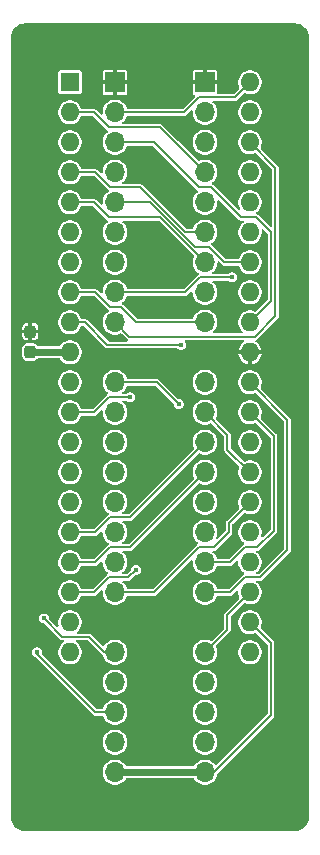
<source format=gbr>
G04 #@! TF.GenerationSoftware,KiCad,Pcbnew,9.0.6-9.0.6~ubuntu25.10.1*
G04 #@! TF.CreationDate,2025-12-24T11:00:37+09:00*
G04 #@! TF.ProjectId,bionic-z8002,62696f6e-6963-42d7-9a38-3030322e6b69,1*
G04 #@! TF.SameCoordinates,Original*
G04 #@! TF.FileFunction,Copper,L2,Bot*
G04 #@! TF.FilePolarity,Positive*
%FSLAX46Y46*%
G04 Gerber Fmt 4.6, Leading zero omitted, Abs format (unit mm)*
G04 Created by KiCad (PCBNEW 9.0.6-9.0.6~ubuntu25.10.1) date 2025-12-24 11:00:37*
%MOMM*%
%LPD*%
G01*
G04 APERTURE LIST*
G04 Aperture macros list*
%AMRoundRect*
0 Rectangle with rounded corners*
0 $1 Rounding radius*
0 $2 $3 $4 $5 $6 $7 $8 $9 X,Y pos of 4 corners*
0 Add a 4 corners polygon primitive as box body*
4,1,4,$2,$3,$4,$5,$6,$7,$8,$9,$2,$3,0*
0 Add four circle primitives for the rounded corners*
1,1,$1+$1,$2,$3*
1,1,$1+$1,$4,$5*
1,1,$1+$1,$6,$7*
1,1,$1+$1,$8,$9*
0 Add four rect primitives between the rounded corners*
20,1,$1+$1,$2,$3,$4,$5,0*
20,1,$1+$1,$4,$5,$6,$7,0*
20,1,$1+$1,$6,$7,$8,$9,0*
20,1,$1+$1,$8,$9,$2,$3,0*%
G04 Aperture macros list end*
G04 #@! TA.AperFunction,ComponentPad*
%ADD10O,1.700000X1.700000*%
G04 #@! TD*
G04 #@! TA.AperFunction,ComponentPad*
%ADD11R,1.700000X1.700000*%
G04 #@! TD*
G04 #@! TA.AperFunction,ComponentPad*
%ADD12R,1.600000X1.600000*%
G04 #@! TD*
G04 #@! TA.AperFunction,ComponentPad*
%ADD13O,1.600000X1.600000*%
G04 #@! TD*
G04 #@! TA.AperFunction,SMDPad,CuDef*
%ADD14RoundRect,0.237500X0.237500X-0.300000X0.237500X0.300000X-0.237500X0.300000X-0.237500X-0.300000X0*%
G04 #@! TD*
G04 #@! TA.AperFunction,ViaPad*
%ADD15C,0.600000*%
G04 #@! TD*
G04 #@! TA.AperFunction,ViaPad*
%ADD16C,0.450000*%
G04 #@! TD*
G04 #@! TA.AperFunction,Conductor*
%ADD17C,0.150000*%
G04 #@! TD*
G04 #@! TA.AperFunction,Conductor*
%ADD18C,0.600000*%
G04 #@! TD*
G04 APERTURE END LIST*
D10*
X117510000Y-133500000D03*
X117510000Y-130960000D03*
X117510000Y-128420000D03*
X117510000Y-125880000D03*
X117510000Y-123340000D03*
X117510000Y-118260000D03*
X117510000Y-115720000D03*
X117510000Y-113180000D03*
X117510000Y-110640000D03*
X117510000Y-108100000D03*
X117510000Y-105560000D03*
X117510000Y-103020000D03*
X117510000Y-100480000D03*
X117510000Y-95400000D03*
X117510000Y-92860000D03*
X117510000Y-90320000D03*
X117510000Y-87780000D03*
X117510000Y-85240000D03*
X117510000Y-82700000D03*
X117510000Y-80160000D03*
X117510000Y-77620000D03*
D11*
X117510000Y-75080000D03*
X109890000Y-75080000D03*
D10*
X109890000Y-77620000D03*
X109890000Y-80160000D03*
X109890000Y-82700000D03*
X109890000Y-85240000D03*
X109890000Y-87780000D03*
X109890000Y-90320000D03*
X109890000Y-92860000D03*
X109890000Y-95400000D03*
X109890000Y-100480000D03*
X109890000Y-103020000D03*
X109890000Y-105560000D03*
X109890000Y-108100000D03*
X109890000Y-110640000D03*
X109890000Y-113180000D03*
X109890000Y-115720000D03*
X109890000Y-118260000D03*
X109890000Y-123340000D03*
X109890000Y-125880000D03*
X109890000Y-128420000D03*
X109890000Y-130960000D03*
X109890000Y-133500000D03*
D12*
X106080000Y-75080000D03*
D13*
X106080000Y-77620000D03*
X106080000Y-80160000D03*
X106080000Y-82700000D03*
X106080000Y-85240000D03*
X106080000Y-87780000D03*
X106080000Y-90320000D03*
X106080000Y-92860000D03*
X106080000Y-95400000D03*
X106080000Y-97940000D03*
X106080000Y-100480000D03*
X106080000Y-103020000D03*
X106080000Y-105560000D03*
X106080000Y-108100000D03*
X106080000Y-110640000D03*
X106080000Y-113180000D03*
X106080000Y-115720000D03*
X106080000Y-118260000D03*
X106080000Y-120800000D03*
X106080000Y-123340000D03*
X121320000Y-123340000D03*
X121320000Y-120800000D03*
X121320000Y-118260000D03*
X121320000Y-115720000D03*
X121320000Y-113180000D03*
X121320000Y-110640000D03*
X121320000Y-108100000D03*
X121320000Y-105560000D03*
X121320000Y-103020000D03*
X121320000Y-100480000D03*
X121320000Y-97940000D03*
X121320000Y-95400000D03*
X121320000Y-92860000D03*
X121320000Y-90320000D03*
X121320000Y-87780000D03*
X121320000Y-85240000D03*
X121320000Y-82700000D03*
X121320000Y-80160000D03*
X121320000Y-77620000D03*
X121320000Y-75080000D03*
D14*
X102701800Y-97914600D03*
X102701800Y-96189600D03*
D15*
X119542000Y-83589000D03*
D16*
X111668000Y-116355000D03*
X115478000Y-97305000D03*
D15*
X102651000Y-92733000D03*
X103413000Y-132992000D03*
X122717000Y-131468000D03*
D16*
X103866100Y-120473900D03*
X103286000Y-123340000D03*
X119796000Y-91590000D03*
X111160000Y-101750000D03*
X115287500Y-102321500D03*
D17*
X111668000Y-116355000D02*
X111033000Y-116990000D01*
X111033000Y-116990000D02*
X109382000Y-116990000D01*
X109382000Y-116990000D02*
X108112000Y-118260000D01*
X108112000Y-118260000D02*
X106080000Y-118260000D01*
X121320000Y-120800000D02*
X123098000Y-122578000D01*
X123098000Y-122578000D02*
X123098000Y-128674000D01*
X123098000Y-128674000D02*
X118272000Y-133500000D01*
X118272000Y-133500000D02*
X117484600Y-133500000D01*
X106080000Y-92860000D02*
X108239000Y-92860000D01*
X108239000Y-92860000D02*
X109509000Y-94130000D01*
X109509000Y-94130000D02*
X110398000Y-94130000D01*
X110398000Y-94130000D02*
X111668000Y-95400000D01*
X111668000Y-95400000D02*
X117510000Y-95400000D01*
X121320000Y-80160000D02*
X123479000Y-82319000D01*
X123479000Y-82319000D02*
X123479000Y-94892000D01*
X123479000Y-94892000D02*
X121748000Y-96623000D01*
X121748000Y-96623000D02*
X111113000Y-96623000D01*
X111113000Y-96623000D02*
X109890000Y-95400000D01*
X119796000Y-91590000D02*
X117129000Y-91590000D01*
X117129000Y-91590000D02*
X115859000Y-92860000D01*
X115859000Y-92860000D02*
X109890000Y-92860000D01*
X117510000Y-87780000D02*
X115859000Y-87780000D01*
X115859000Y-87780000D02*
X112049000Y-83970000D01*
X112049000Y-83970000D02*
X109509000Y-83970000D01*
X109509000Y-83970000D02*
X108239000Y-82700000D01*
X108239000Y-82700000D02*
X106080000Y-82700000D01*
X121320000Y-90320000D02*
X119161000Y-90320000D01*
X119161000Y-90320000D02*
X117891000Y-89050000D01*
X117891000Y-89050000D02*
X116684500Y-89050000D01*
X116684500Y-89050000D02*
X112874500Y-85240000D01*
X112874500Y-85240000D02*
X109890000Y-85240000D01*
X106080000Y-85240000D02*
X108112000Y-85240000D01*
X108112000Y-85240000D02*
X109382000Y-86510000D01*
X109382000Y-86510000D02*
X113700000Y-86510000D01*
X113700000Y-86510000D02*
X117510000Y-90320000D01*
X115478000Y-97305000D02*
X109255000Y-97305000D01*
X109255000Y-97305000D02*
X107350000Y-95400000D01*
X107350000Y-95400000D02*
X106080000Y-95400000D01*
X106080000Y-113180000D02*
X108239000Y-113180000D01*
X108239000Y-113180000D02*
X109509000Y-111910000D01*
X109509000Y-111910000D02*
X111160000Y-111910000D01*
X111160000Y-111910000D02*
X117510000Y-105560000D01*
X106080000Y-115720000D02*
X108239000Y-115720000D01*
X108239000Y-115720000D02*
X109509000Y-114450000D01*
X109509000Y-114450000D02*
X111160000Y-114450000D01*
X111160000Y-114450000D02*
X117510000Y-108100000D01*
X121320000Y-118260000D02*
X119415000Y-120165000D01*
X119415000Y-120165000D02*
X119415000Y-121435000D01*
X119415000Y-121435000D02*
X117510000Y-123340000D01*
X115287500Y-102321500D02*
X113446000Y-100480000D01*
X113446000Y-100480000D02*
X109890000Y-100480000D01*
X121320000Y-95400000D02*
X123098000Y-93622000D01*
X123098000Y-93622000D02*
X123098000Y-87780000D01*
X123098000Y-87780000D02*
X121828000Y-86510000D01*
X121828000Y-86510000D02*
X120556847Y-86510000D01*
X120556847Y-86510000D02*
X118016847Y-83970000D01*
X118016847Y-83970000D02*
X117002000Y-83970000D01*
X117002000Y-83970000D02*
X113192000Y-80160000D01*
X113192000Y-80160000D02*
X109890000Y-80160000D01*
X121320000Y-75080000D02*
X120050000Y-76350000D01*
X120050000Y-76350000D02*
X117002000Y-76350000D01*
X117002000Y-76350000D02*
X115732000Y-77620000D01*
X115732000Y-77620000D02*
X109890000Y-77620000D01*
X106080000Y-77620000D02*
X108112000Y-77620000D01*
X108112000Y-77620000D02*
X109382000Y-78890000D01*
X109382000Y-78890000D02*
X113700000Y-78890000D01*
X113700000Y-78890000D02*
X117510000Y-82700000D01*
X111160000Y-101750000D02*
X109382000Y-101750000D01*
X108112000Y-103020000D02*
X106080000Y-103020000D01*
X109382000Y-101750000D02*
X108112000Y-103020000D01*
X121320000Y-110640000D02*
X119542000Y-112418000D01*
X119542000Y-112418000D02*
X119542000Y-113180000D01*
X119542000Y-113180000D02*
X118272000Y-114450000D01*
X118272000Y-114450000D02*
X117002000Y-114450000D01*
X117002000Y-114450000D02*
X113192000Y-118260000D01*
X113192000Y-118260000D02*
X109890000Y-118260000D01*
X117510000Y-118260000D02*
X119669000Y-118260000D01*
X119669000Y-118260000D02*
X120939000Y-116990000D01*
X120939000Y-116990000D02*
X122209000Y-116990000D01*
X122209000Y-116990000D02*
X124495000Y-114704000D01*
X124495000Y-114704000D02*
X124495000Y-103655000D01*
X124495000Y-103655000D02*
X121320000Y-100480000D01*
X117510000Y-115720000D02*
X119669000Y-115720000D01*
X119669000Y-115720000D02*
X120939000Y-114450000D01*
X120939000Y-114450000D02*
X121955000Y-114450000D01*
X121955000Y-114450000D02*
X123352000Y-113053000D01*
X123352000Y-113053000D02*
X123352000Y-105052000D01*
X123352000Y-105052000D02*
X121320000Y-103020000D01*
X103286000Y-123340000D02*
X103286000Y-123467000D01*
X103286000Y-123467000D02*
X108239000Y-128420000D01*
X108239000Y-128420000D02*
X109890000Y-128420000D01*
X103866100Y-120473900D02*
X105431200Y-122039000D01*
X105431200Y-122039000D02*
X107700000Y-122039000D01*
X107700000Y-122039000D02*
X109001000Y-123340000D01*
X109001000Y-123340000D02*
X109890000Y-123340000D01*
X117510000Y-103020000D02*
X119415000Y-104925000D01*
X119415000Y-104925000D02*
X119415000Y-106195000D01*
X119415000Y-106195000D02*
X121320000Y-108100000D01*
D18*
X117484600Y-133500000D02*
X109910800Y-133500000D01*
X106080000Y-97940000D02*
X103135000Y-97940000D01*
X102701800Y-97914600D02*
X103109700Y-97914600D01*
X103135000Y-97940000D02*
X103134000Y-97938900D01*
X103109700Y-97914600D02*
X103134000Y-97938900D01*
X102701800Y-97914600D02*
X102702000Y-97914600D01*
G04 #@! TA.AperFunction,Conductor*
G36*
X125134309Y-70100877D02*
G01*
X125324457Y-70117512D01*
X125341437Y-70120505D01*
X125521635Y-70168789D01*
X125537839Y-70174687D01*
X125706902Y-70253523D01*
X125721842Y-70262149D01*
X125874641Y-70369140D01*
X125887861Y-70380232D01*
X126019767Y-70512138D01*
X126030859Y-70525358D01*
X126137850Y-70678157D01*
X126146478Y-70693101D01*
X126225308Y-70862151D01*
X126231211Y-70878368D01*
X126279492Y-71058555D01*
X126282488Y-71075550D01*
X126299123Y-71265690D01*
X126299500Y-71274318D01*
X126299500Y-137305681D01*
X126299123Y-137314309D01*
X126282488Y-137504449D01*
X126279492Y-137521444D01*
X126231211Y-137701631D01*
X126225308Y-137717848D01*
X126146478Y-137886898D01*
X126137850Y-137901842D01*
X126030859Y-138054641D01*
X126019767Y-138067861D01*
X125887861Y-138199767D01*
X125874641Y-138210859D01*
X125721842Y-138317850D01*
X125706898Y-138326478D01*
X125537848Y-138405308D01*
X125521631Y-138411211D01*
X125341444Y-138459492D01*
X125324449Y-138462488D01*
X125134309Y-138479123D01*
X125125681Y-138479500D01*
X102274319Y-138479500D01*
X102265691Y-138479123D01*
X102075550Y-138462488D01*
X102058555Y-138459492D01*
X101878368Y-138411211D01*
X101862154Y-138405309D01*
X101693100Y-138326477D01*
X101678157Y-138317850D01*
X101525358Y-138210859D01*
X101512138Y-138199767D01*
X101380232Y-138067861D01*
X101369140Y-138054641D01*
X101262149Y-137901842D01*
X101253523Y-137886902D01*
X101174687Y-137717839D01*
X101168788Y-137701631D01*
X101149843Y-137630926D01*
X101120505Y-137521437D01*
X101117512Y-137504457D01*
X101100877Y-137314309D01*
X101100500Y-137305681D01*
X101100500Y-133396532D01*
X108839500Y-133396532D01*
X108839500Y-133603467D01*
X108879869Y-133806418D01*
X108959058Y-133997597D01*
X108973631Y-134019407D01*
X109074023Y-134169655D01*
X109220345Y-134315977D01*
X109392402Y-134430941D01*
X109583580Y-134510130D01*
X109786535Y-134550500D01*
X109786536Y-134550500D01*
X109993464Y-134550500D01*
X109993465Y-134550500D01*
X110196420Y-134510130D01*
X110387598Y-134430941D01*
X110559655Y-134315977D01*
X110705977Y-134169655D01*
X110789603Y-134044498D01*
X110837653Y-134006619D01*
X110871919Y-134000500D01*
X116528081Y-134000500D01*
X116586272Y-134019407D01*
X116610396Y-134044498D01*
X116694023Y-134169655D01*
X116840345Y-134315977D01*
X117012402Y-134430941D01*
X117203580Y-134510130D01*
X117406535Y-134550500D01*
X117406536Y-134550500D01*
X117613464Y-134550500D01*
X117613465Y-134550500D01*
X117816420Y-134510130D01*
X118007598Y-134430941D01*
X118179655Y-134315977D01*
X118325977Y-134169655D01*
X118440941Y-133997598D01*
X118520130Y-133806420D01*
X118555225Y-133629983D01*
X118582316Y-133579298D01*
X123331558Y-128830058D01*
X123373500Y-128728800D01*
X123373500Y-128619200D01*
X123373500Y-122523200D01*
X123373500Y-122523198D01*
X123331559Y-122421944D01*
X123331558Y-122421943D01*
X123331558Y-122421942D01*
X122246638Y-121337023D01*
X122218862Y-121282507D01*
X122225178Y-121229138D01*
X122282051Y-121091835D01*
X122320500Y-120898541D01*
X122320500Y-120701459D01*
X122282051Y-120508165D01*
X122206632Y-120326086D01*
X122097139Y-120162218D01*
X121957782Y-120022861D01*
X121793914Y-119913368D01*
X121793915Y-119913368D01*
X121793913Y-119913367D01*
X121611835Y-119837949D01*
X121418543Y-119799500D01*
X121418541Y-119799500D01*
X121221459Y-119799500D01*
X121221456Y-119799500D01*
X121028165Y-119837949D01*
X121028163Y-119837949D01*
X120846086Y-119913367D01*
X120682218Y-120022861D01*
X120682214Y-120022864D01*
X120542864Y-120162214D01*
X120542861Y-120162218D01*
X120433367Y-120326086D01*
X120357949Y-120508163D01*
X120357949Y-120508165D01*
X120319500Y-120701456D01*
X120319500Y-120898543D01*
X120357949Y-121091834D01*
X120357949Y-121091836D01*
X120433367Y-121273913D01*
X120464753Y-121320885D01*
X120542861Y-121437782D01*
X120682218Y-121577139D01*
X120846086Y-121686632D01*
X121028165Y-121762051D01*
X121221459Y-121800500D01*
X121221460Y-121800500D01*
X121418540Y-121800500D01*
X121418541Y-121800500D01*
X121611835Y-121762051D01*
X121749137Y-121705178D01*
X121810131Y-121700378D01*
X121857024Y-121726639D01*
X122793504Y-122663119D01*
X122821281Y-122717636D01*
X122822500Y-122733123D01*
X122822500Y-128518876D01*
X122803593Y-128577067D01*
X122793504Y-128588880D01*
X118501824Y-132880559D01*
X118447307Y-132908336D01*
X118386875Y-132898765D01*
X118349504Y-132865556D01*
X118325979Y-132830348D01*
X118325977Y-132830345D01*
X118179655Y-132684023D01*
X118007598Y-132569059D01*
X118007599Y-132569059D01*
X118007597Y-132569058D01*
X117816418Y-132489869D01*
X117613467Y-132449500D01*
X117613465Y-132449500D01*
X117406535Y-132449500D01*
X117406532Y-132449500D01*
X117203581Y-132489869D01*
X117012402Y-132569058D01*
X116840348Y-132684020D01*
X116694020Y-132830348D01*
X116610397Y-132955501D01*
X116562347Y-132993381D01*
X116528081Y-132999500D01*
X110871919Y-132999500D01*
X110813728Y-132980593D01*
X110789603Y-132955501D01*
X110705979Y-132830348D01*
X110705977Y-132830345D01*
X110559655Y-132684023D01*
X110387598Y-132569059D01*
X110387599Y-132569059D01*
X110387597Y-132569058D01*
X110196418Y-132489869D01*
X109993467Y-132449500D01*
X109993465Y-132449500D01*
X109786535Y-132449500D01*
X109786532Y-132449500D01*
X109583581Y-132489869D01*
X109392402Y-132569058D01*
X109220348Y-132684020D01*
X109074020Y-132830348D01*
X108959058Y-133002402D01*
X108879869Y-133193581D01*
X108839500Y-133396532D01*
X101100500Y-133396532D01*
X101100500Y-130856532D01*
X108839500Y-130856532D01*
X108839500Y-131063467D01*
X108879869Y-131266418D01*
X108959058Y-131457597D01*
X108959059Y-131457598D01*
X109074023Y-131629655D01*
X109220345Y-131775977D01*
X109392402Y-131890941D01*
X109583580Y-131970130D01*
X109786535Y-132010500D01*
X109786536Y-132010500D01*
X109993464Y-132010500D01*
X109993465Y-132010500D01*
X110196420Y-131970130D01*
X110387598Y-131890941D01*
X110559655Y-131775977D01*
X110705977Y-131629655D01*
X110820941Y-131457598D01*
X110900130Y-131266420D01*
X110940500Y-131063465D01*
X110940500Y-130856535D01*
X110940499Y-130856532D01*
X116459500Y-130856532D01*
X116459500Y-131063467D01*
X116499869Y-131266418D01*
X116579058Y-131457597D01*
X116579059Y-131457598D01*
X116694023Y-131629655D01*
X116840345Y-131775977D01*
X117012402Y-131890941D01*
X117203580Y-131970130D01*
X117406535Y-132010500D01*
X117406536Y-132010500D01*
X117613464Y-132010500D01*
X117613465Y-132010500D01*
X117816420Y-131970130D01*
X118007598Y-131890941D01*
X118179655Y-131775977D01*
X118325977Y-131629655D01*
X118440941Y-131457598D01*
X118520130Y-131266420D01*
X118560500Y-131063465D01*
X118560500Y-130856535D01*
X118520130Y-130653580D01*
X118440941Y-130462402D01*
X118325977Y-130290345D01*
X118179655Y-130144023D01*
X118007598Y-130029059D01*
X118007599Y-130029059D01*
X118007597Y-130029058D01*
X117816418Y-129949869D01*
X117613467Y-129909500D01*
X117613465Y-129909500D01*
X117406535Y-129909500D01*
X117406532Y-129909500D01*
X117203581Y-129949869D01*
X117012402Y-130029058D01*
X116840348Y-130144020D01*
X116694020Y-130290348D01*
X116579058Y-130462402D01*
X116499869Y-130653581D01*
X116459500Y-130856532D01*
X110940499Y-130856532D01*
X110900130Y-130653580D01*
X110820941Y-130462402D01*
X110705977Y-130290345D01*
X110559655Y-130144023D01*
X110387598Y-130029059D01*
X110387599Y-130029059D01*
X110387597Y-130029058D01*
X110196418Y-129949869D01*
X109993467Y-129909500D01*
X109993465Y-129909500D01*
X109786535Y-129909500D01*
X109786532Y-129909500D01*
X109583581Y-129949869D01*
X109392402Y-130029058D01*
X109220348Y-130144020D01*
X109074020Y-130290348D01*
X108959058Y-130462402D01*
X108879869Y-130653581D01*
X108839500Y-130856532D01*
X101100500Y-130856532D01*
X101100500Y-123283982D01*
X102860500Y-123283982D01*
X102860500Y-123396018D01*
X102873214Y-123443467D01*
X102889498Y-123504241D01*
X102931985Y-123577829D01*
X102945515Y-123601263D01*
X103024737Y-123680485D01*
X103121763Y-123736503D01*
X103156414Y-123745787D01*
X103200793Y-123771408D01*
X108082942Y-128653558D01*
X108082943Y-128653558D01*
X108082944Y-128653559D01*
X108184198Y-128695500D01*
X108184200Y-128695500D01*
X108800913Y-128695500D01*
X108859104Y-128714407D01*
X108892377Y-128756614D01*
X108959058Y-128917597D01*
X108959059Y-128917598D01*
X109074023Y-129089655D01*
X109220345Y-129235977D01*
X109392402Y-129350941D01*
X109583580Y-129430130D01*
X109786535Y-129470500D01*
X109786536Y-129470500D01*
X109993464Y-129470500D01*
X109993465Y-129470500D01*
X110196420Y-129430130D01*
X110387598Y-129350941D01*
X110559655Y-129235977D01*
X110705977Y-129089655D01*
X110820941Y-128917598D01*
X110900130Y-128726420D01*
X110940500Y-128523465D01*
X110940500Y-128316535D01*
X110940499Y-128316532D01*
X116459500Y-128316532D01*
X116459500Y-128523467D01*
X116499869Y-128726418D01*
X116579058Y-128917597D01*
X116579059Y-128917598D01*
X116694023Y-129089655D01*
X116840345Y-129235977D01*
X117012402Y-129350941D01*
X117203580Y-129430130D01*
X117406535Y-129470500D01*
X117406536Y-129470500D01*
X117613464Y-129470500D01*
X117613465Y-129470500D01*
X117816420Y-129430130D01*
X118007598Y-129350941D01*
X118179655Y-129235977D01*
X118325977Y-129089655D01*
X118440941Y-128917598D01*
X118520130Y-128726420D01*
X118560500Y-128523465D01*
X118560500Y-128316535D01*
X118520130Y-128113580D01*
X118440941Y-127922402D01*
X118325977Y-127750345D01*
X118179655Y-127604023D01*
X118007598Y-127489059D01*
X118007599Y-127489059D01*
X118007597Y-127489058D01*
X117816418Y-127409869D01*
X117613467Y-127369500D01*
X117613465Y-127369500D01*
X117406535Y-127369500D01*
X117406532Y-127369500D01*
X117203581Y-127409869D01*
X117012402Y-127489058D01*
X116840348Y-127604020D01*
X116694020Y-127750348D01*
X116579058Y-127922402D01*
X116499869Y-128113581D01*
X116459500Y-128316532D01*
X110940499Y-128316532D01*
X110900130Y-128113580D01*
X110820941Y-127922402D01*
X110705977Y-127750345D01*
X110559655Y-127604023D01*
X110387598Y-127489059D01*
X110387599Y-127489059D01*
X110387597Y-127489058D01*
X110196418Y-127409869D01*
X109993467Y-127369500D01*
X109993465Y-127369500D01*
X109786535Y-127369500D01*
X109786532Y-127369500D01*
X109583581Y-127409869D01*
X109392402Y-127489058D01*
X109220348Y-127604020D01*
X109074020Y-127750348D01*
X108959058Y-127922402D01*
X108892377Y-128083386D01*
X108852640Y-128129911D01*
X108800913Y-128144500D01*
X108394124Y-128144500D01*
X108335933Y-128125593D01*
X108324120Y-128115504D01*
X106050291Y-125841675D01*
X105985148Y-125776532D01*
X108839500Y-125776532D01*
X108839500Y-125983467D01*
X108879869Y-126186418D01*
X108959058Y-126377597D01*
X108959059Y-126377598D01*
X109074023Y-126549655D01*
X109220345Y-126695977D01*
X109392402Y-126810941D01*
X109583580Y-126890130D01*
X109786535Y-126930500D01*
X109786536Y-126930500D01*
X109993464Y-126930500D01*
X109993465Y-126930500D01*
X110196420Y-126890130D01*
X110387598Y-126810941D01*
X110559655Y-126695977D01*
X110705977Y-126549655D01*
X110820941Y-126377598D01*
X110900130Y-126186420D01*
X110940500Y-125983465D01*
X110940500Y-125776535D01*
X110940499Y-125776532D01*
X116459500Y-125776532D01*
X116459500Y-125983467D01*
X116499869Y-126186418D01*
X116579058Y-126377597D01*
X116579059Y-126377598D01*
X116694023Y-126549655D01*
X116840345Y-126695977D01*
X117012402Y-126810941D01*
X117203580Y-126890130D01*
X117406535Y-126930500D01*
X117406536Y-126930500D01*
X117613464Y-126930500D01*
X117613465Y-126930500D01*
X117816420Y-126890130D01*
X118007598Y-126810941D01*
X118179655Y-126695977D01*
X118325977Y-126549655D01*
X118440941Y-126377598D01*
X118520130Y-126186420D01*
X118560500Y-125983465D01*
X118560500Y-125776535D01*
X118520130Y-125573580D01*
X118440941Y-125382402D01*
X118325977Y-125210345D01*
X118179655Y-125064023D01*
X118007598Y-124949059D01*
X118007599Y-124949059D01*
X118007597Y-124949058D01*
X117816418Y-124869869D01*
X117613467Y-124829500D01*
X117613465Y-124829500D01*
X117406535Y-124829500D01*
X117406532Y-124829500D01*
X117203581Y-124869869D01*
X117012402Y-124949058D01*
X116840348Y-125064020D01*
X116694020Y-125210348D01*
X116579058Y-125382402D01*
X116499869Y-125573581D01*
X116459500Y-125776532D01*
X110940499Y-125776532D01*
X110900130Y-125573580D01*
X110820941Y-125382402D01*
X110705977Y-125210345D01*
X110559655Y-125064023D01*
X110387598Y-124949059D01*
X110387599Y-124949059D01*
X110387597Y-124949058D01*
X110196418Y-124869869D01*
X109993467Y-124829500D01*
X109993465Y-124829500D01*
X109786535Y-124829500D01*
X109786532Y-124829500D01*
X109583581Y-124869869D01*
X109392402Y-124949058D01*
X109220348Y-125064020D01*
X109074020Y-125210348D01*
X108959058Y-125382402D01*
X108879869Y-125573581D01*
X108839500Y-125776532D01*
X105985148Y-125776532D01*
X103729332Y-123520717D01*
X103701555Y-123466200D01*
X103703709Y-123425090D01*
X103711500Y-123396018D01*
X103711500Y-123283982D01*
X103682503Y-123175763D01*
X103682501Y-123175760D01*
X103682501Y-123175758D01*
X103626486Y-123078739D01*
X103626485Y-123078737D01*
X103547263Y-122999515D01*
X103547260Y-122999513D01*
X103450240Y-122943498D01*
X103450242Y-122943498D01*
X103408251Y-122932247D01*
X103342018Y-122914500D01*
X103229982Y-122914500D01*
X103163748Y-122932247D01*
X103121758Y-122943498D01*
X103024739Y-122999513D01*
X102945513Y-123078739D01*
X102889498Y-123175758D01*
X102889497Y-123175763D01*
X102860500Y-123283982D01*
X101100500Y-123283982D01*
X101100500Y-120417882D01*
X103440600Y-120417882D01*
X103440600Y-120529918D01*
X103442975Y-120538780D01*
X103469598Y-120638141D01*
X103525613Y-120735160D01*
X103525615Y-120735163D01*
X103604837Y-120814385D01*
X103604839Y-120814386D01*
X103701859Y-120870401D01*
X103701857Y-120870401D01*
X103701861Y-120870402D01*
X103701863Y-120870403D01*
X103810082Y-120899400D01*
X103860977Y-120899400D01*
X103919168Y-120918307D01*
X103930980Y-120928395D01*
X105275142Y-122272558D01*
X105275143Y-122272558D01*
X105275144Y-122272559D01*
X105376398Y-122314500D01*
X105376400Y-122314500D01*
X105487558Y-122314500D01*
X105545749Y-122333407D01*
X105581713Y-122382907D01*
X105581713Y-122444093D01*
X105545749Y-122493593D01*
X105542571Y-122495807D01*
X105442218Y-122562861D01*
X105442214Y-122562864D01*
X105302864Y-122702214D01*
X105302861Y-122702218D01*
X105193367Y-122866086D01*
X105117949Y-123048163D01*
X105117949Y-123048165D01*
X105079500Y-123241456D01*
X105079500Y-123438543D01*
X105117949Y-123631834D01*
X105117949Y-123631836D01*
X105193367Y-123813913D01*
X105193368Y-123813914D01*
X105302861Y-123977782D01*
X105442218Y-124117139D01*
X105606086Y-124226632D01*
X105788165Y-124302051D01*
X105981459Y-124340500D01*
X105981460Y-124340500D01*
X106178540Y-124340500D01*
X106178541Y-124340500D01*
X106371835Y-124302051D01*
X106553914Y-124226632D01*
X106717782Y-124117139D01*
X106857139Y-123977782D01*
X106966632Y-123813914D01*
X107042051Y-123631835D01*
X107080500Y-123438541D01*
X107080500Y-123241459D01*
X107042051Y-123048165D01*
X106966632Y-122866086D01*
X106857139Y-122702218D01*
X106717782Y-122562861D01*
X106617439Y-122495814D01*
X106579561Y-122447765D01*
X106577159Y-122386627D01*
X106611152Y-122335754D01*
X106668555Y-122314576D01*
X106672442Y-122314500D01*
X107544877Y-122314500D01*
X107603068Y-122333407D01*
X107614881Y-122343496D01*
X108767443Y-123496058D01*
X108767442Y-123496058D01*
X108849214Y-123577829D01*
X108876309Y-123628518D01*
X108879870Y-123646420D01*
X108959058Y-123837597D01*
X109052726Y-123977782D01*
X109074023Y-124009655D01*
X109220345Y-124155977D01*
X109392402Y-124270941D01*
X109583580Y-124350130D01*
X109786535Y-124390500D01*
X109786536Y-124390500D01*
X109993464Y-124390500D01*
X109993465Y-124390500D01*
X110196420Y-124350130D01*
X110387598Y-124270941D01*
X110559655Y-124155977D01*
X110705977Y-124009655D01*
X110820941Y-123837598D01*
X110900130Y-123646420D01*
X110940500Y-123443465D01*
X110940500Y-123236535D01*
X110900130Y-123033580D01*
X110820941Y-122842402D01*
X110705977Y-122670345D01*
X110559655Y-122524023D01*
X110559651Y-122524020D01*
X110387597Y-122409058D01*
X110196418Y-122329869D01*
X109993467Y-122289500D01*
X109993465Y-122289500D01*
X109786535Y-122289500D01*
X109786532Y-122289500D01*
X109583581Y-122329869D01*
X109392402Y-122409058D01*
X109220348Y-122524020D01*
X109074020Y-122670348D01*
X108999626Y-122781688D01*
X108951576Y-122819568D01*
X108890437Y-122821970D01*
X108847306Y-122796691D01*
X108365115Y-122314500D01*
X107856058Y-121805443D01*
X107754800Y-121763500D01*
X107754799Y-121763500D01*
X106765231Y-121763500D01*
X106707040Y-121744593D01*
X106671076Y-121695093D01*
X106671076Y-121633907D01*
X106707040Y-121584407D01*
X106710216Y-121582194D01*
X106717782Y-121577139D01*
X106857139Y-121437782D01*
X106966632Y-121273914D01*
X107042051Y-121091835D01*
X107080500Y-120898541D01*
X107080500Y-120701459D01*
X107042051Y-120508165D01*
X106966632Y-120326086D01*
X106857139Y-120162218D01*
X106717782Y-120022861D01*
X106553914Y-119913368D01*
X106553915Y-119913368D01*
X106553913Y-119913367D01*
X106371835Y-119837949D01*
X106178543Y-119799500D01*
X106178541Y-119799500D01*
X105981459Y-119799500D01*
X105981456Y-119799500D01*
X105788165Y-119837949D01*
X105788163Y-119837949D01*
X105606086Y-119913367D01*
X105442218Y-120022861D01*
X105442214Y-120022864D01*
X105302864Y-120162214D01*
X105302861Y-120162218D01*
X105193367Y-120326086D01*
X105117949Y-120508163D01*
X105117949Y-120508165D01*
X105079500Y-120701456D01*
X105079500Y-120898543D01*
X105114939Y-121076703D01*
X105107747Y-121137464D01*
X105066215Y-121182394D01*
X105006205Y-121194331D01*
X104950640Y-121168715D01*
X104947837Y-121166021D01*
X104320596Y-120538780D01*
X104292819Y-120484263D01*
X104291600Y-120468776D01*
X104291600Y-120417883D01*
X104291600Y-120417882D01*
X104262603Y-120309663D01*
X104262601Y-120309660D01*
X104262601Y-120309658D01*
X104206586Y-120212639D01*
X104206585Y-120212637D01*
X104127363Y-120133415D01*
X104127360Y-120133413D01*
X104030340Y-120077398D01*
X104030342Y-120077398D01*
X103988351Y-120066147D01*
X103922118Y-120048400D01*
X103810082Y-120048400D01*
X103743848Y-120066147D01*
X103701858Y-120077398D01*
X103604839Y-120133413D01*
X103525613Y-120212639D01*
X103469598Y-120309658D01*
X103465196Y-120326086D01*
X103440600Y-120417882D01*
X101100500Y-120417882D01*
X101100500Y-113081456D01*
X105079500Y-113081456D01*
X105079500Y-113278543D01*
X105117949Y-113471834D01*
X105117949Y-113471836D01*
X105193367Y-113653913D01*
X105193368Y-113653914D01*
X105302861Y-113817782D01*
X105442218Y-113957139D01*
X105606086Y-114066632D01*
X105788165Y-114142051D01*
X105981459Y-114180500D01*
X105981460Y-114180500D01*
X106178540Y-114180500D01*
X106178541Y-114180500D01*
X106371835Y-114142051D01*
X106553914Y-114066632D01*
X106717782Y-113957139D01*
X106857139Y-113817782D01*
X106966632Y-113653914D01*
X107023503Y-113516615D01*
X107063239Y-113470089D01*
X107114967Y-113455500D01*
X108293799Y-113455500D01*
X108293800Y-113455500D01*
X108395058Y-113413557D01*
X108472557Y-113336058D01*
X108472556Y-113336058D01*
X108670496Y-113138118D01*
X108725013Y-113110341D01*
X108785445Y-113119912D01*
X108828710Y-113163177D01*
X108839500Y-113208122D01*
X108839500Y-113283465D01*
X108879869Y-113486418D01*
X108959058Y-113677597D01*
X109052726Y-113817782D01*
X109074023Y-113849655D01*
X109220345Y-113995977D01*
X109331688Y-114070374D01*
X109369568Y-114118423D01*
X109371970Y-114179561D01*
X109346691Y-114222693D01*
X108153881Y-115415504D01*
X108099364Y-115443281D01*
X108083877Y-115444500D01*
X107114967Y-115444500D01*
X107056776Y-115425593D01*
X107023503Y-115383385D01*
X106966632Y-115246087D01*
X106966632Y-115246086D01*
X106857139Y-115082218D01*
X106717782Y-114942861D01*
X106593860Y-114860059D01*
X106553913Y-114833367D01*
X106371835Y-114757949D01*
X106178543Y-114719500D01*
X106178541Y-114719500D01*
X105981459Y-114719500D01*
X105981456Y-114719500D01*
X105788165Y-114757949D01*
X105788163Y-114757949D01*
X105606086Y-114833367D01*
X105442218Y-114942861D01*
X105442214Y-114942864D01*
X105302864Y-115082214D01*
X105302861Y-115082218D01*
X105193367Y-115246086D01*
X105117949Y-115428163D01*
X105117949Y-115428165D01*
X105079500Y-115621456D01*
X105079500Y-115818543D01*
X105090941Y-115876058D01*
X105107339Y-115958498D01*
X105117949Y-116011834D01*
X105117949Y-116011836D01*
X105193367Y-116193913D01*
X105193368Y-116193914D01*
X105302861Y-116357782D01*
X105442218Y-116497139D01*
X105606086Y-116606632D01*
X105788165Y-116682051D01*
X105981459Y-116720500D01*
X105981460Y-116720500D01*
X106178540Y-116720500D01*
X106178541Y-116720500D01*
X106371835Y-116682051D01*
X106553914Y-116606632D01*
X106717782Y-116497139D01*
X106857139Y-116357782D01*
X106966632Y-116193914D01*
X107023503Y-116056615D01*
X107063239Y-116010089D01*
X107114967Y-115995500D01*
X108293799Y-115995500D01*
X108293800Y-115995500D01*
X108395058Y-115953557D01*
X108472557Y-115876058D01*
X108472556Y-115876058D01*
X108670496Y-115678118D01*
X108725013Y-115650341D01*
X108785445Y-115659912D01*
X108828710Y-115703177D01*
X108839500Y-115748122D01*
X108839500Y-115823467D01*
X108879869Y-116026418D01*
X108959058Y-116217597D01*
X109052726Y-116357782D01*
X109074023Y-116389655D01*
X109220345Y-116535977D01*
X109220348Y-116535979D01*
X109272168Y-116570604D01*
X109310048Y-116618654D01*
X109312450Y-116679792D01*
X109278457Y-116730666D01*
X109255054Y-116744383D01*
X109225943Y-116756441D01*
X108026881Y-117955504D01*
X107972364Y-117983281D01*
X107956877Y-117984500D01*
X107114967Y-117984500D01*
X107056776Y-117965593D01*
X107023503Y-117923385D01*
X106966632Y-117786087D01*
X106966632Y-117786086D01*
X106857139Y-117622218D01*
X106717782Y-117482861D01*
X106553914Y-117373368D01*
X106553915Y-117373368D01*
X106553913Y-117373367D01*
X106371835Y-117297949D01*
X106178543Y-117259500D01*
X106178541Y-117259500D01*
X105981459Y-117259500D01*
X105981456Y-117259500D01*
X105788165Y-117297949D01*
X105788163Y-117297949D01*
X105606086Y-117373367D01*
X105442218Y-117482861D01*
X105442214Y-117482864D01*
X105302864Y-117622214D01*
X105302861Y-117622218D01*
X105193367Y-117786086D01*
X105117949Y-117968163D01*
X105117949Y-117968165D01*
X105079500Y-118161456D01*
X105079500Y-118358543D01*
X105117949Y-118551834D01*
X105117949Y-118551836D01*
X105193367Y-118733913D01*
X105204203Y-118750130D01*
X105302861Y-118897782D01*
X105442218Y-119037139D01*
X105606086Y-119146632D01*
X105788165Y-119222051D01*
X105981459Y-119260500D01*
X105981460Y-119260500D01*
X106178540Y-119260500D01*
X106178541Y-119260500D01*
X106371835Y-119222051D01*
X106553914Y-119146632D01*
X106717782Y-119037139D01*
X106857139Y-118897782D01*
X106966632Y-118733914D01*
X107023503Y-118596615D01*
X107063239Y-118550089D01*
X107114967Y-118535500D01*
X108166799Y-118535500D01*
X108166800Y-118535500D01*
X108268058Y-118493557D01*
X108345557Y-118416058D01*
X108345556Y-118416058D01*
X108670497Y-118091117D01*
X108725013Y-118063341D01*
X108785445Y-118072912D01*
X108828710Y-118116177D01*
X108839500Y-118161122D01*
X108839500Y-118363467D01*
X108879869Y-118566418D01*
X108959058Y-118757597D01*
X109052726Y-118897782D01*
X109074023Y-118929655D01*
X109220345Y-119075977D01*
X109392402Y-119190941D01*
X109583580Y-119270130D01*
X109786535Y-119310500D01*
X109786536Y-119310500D01*
X109993464Y-119310500D01*
X109993465Y-119310500D01*
X110196420Y-119270130D01*
X110387598Y-119190941D01*
X110559655Y-119075977D01*
X110705977Y-118929655D01*
X110820941Y-118757598D01*
X110887623Y-118596613D01*
X110927360Y-118550089D01*
X110979087Y-118535500D01*
X113246799Y-118535500D01*
X113246800Y-118535500D01*
X113348058Y-118493557D01*
X113425557Y-118416058D01*
X113425556Y-118416058D01*
X116290496Y-115551118D01*
X116345013Y-115523341D01*
X116405445Y-115532912D01*
X116448710Y-115576177D01*
X116459500Y-115621122D01*
X116459500Y-115823467D01*
X116499869Y-116026418D01*
X116579058Y-116217597D01*
X116672726Y-116357782D01*
X116694023Y-116389655D01*
X116840345Y-116535977D01*
X117012402Y-116650941D01*
X117203580Y-116730130D01*
X117406535Y-116770500D01*
X117406536Y-116770500D01*
X117613464Y-116770500D01*
X117613465Y-116770500D01*
X117816420Y-116730130D01*
X118007598Y-116650941D01*
X118179655Y-116535977D01*
X118325977Y-116389655D01*
X118440941Y-116217598D01*
X118507623Y-116056613D01*
X118547360Y-116010089D01*
X118599087Y-115995500D01*
X119723799Y-115995500D01*
X119723800Y-115995500D01*
X119825058Y-115953557D01*
X119902557Y-115876058D01*
X119902556Y-115876058D01*
X120150498Y-115628116D01*
X120205013Y-115600340D01*
X120265445Y-115609911D01*
X120308710Y-115653176D01*
X120319500Y-115698121D01*
X120319500Y-115818543D01*
X120330941Y-115876058D01*
X120347339Y-115958498D01*
X120357949Y-116011834D01*
X120357949Y-116011836D01*
X120433367Y-116193913D01*
X120433368Y-116193914D01*
X120542861Y-116357782D01*
X120682218Y-116497139D01*
X120740354Y-116535984D01*
X120806327Y-116580066D01*
X120844206Y-116628116D01*
X120846608Y-116689254D01*
X120812615Y-116740128D01*
X120789217Y-116753842D01*
X120782944Y-116756440D01*
X119583881Y-117955504D01*
X119529364Y-117983281D01*
X119513877Y-117984500D01*
X118599087Y-117984500D01*
X118540896Y-117965593D01*
X118507623Y-117923386D01*
X118440941Y-117762402D01*
X118325979Y-117590348D01*
X118325977Y-117590345D01*
X118179655Y-117444023D01*
X118179651Y-117444020D01*
X118007597Y-117329058D01*
X117816418Y-117249869D01*
X117613467Y-117209500D01*
X117613465Y-117209500D01*
X117406535Y-117209500D01*
X117406532Y-117209500D01*
X117203581Y-117249869D01*
X117012402Y-117329058D01*
X116840348Y-117444020D01*
X116694020Y-117590348D01*
X116579058Y-117762402D01*
X116499869Y-117953581D01*
X116459500Y-118156532D01*
X116459500Y-118363467D01*
X116499869Y-118566418D01*
X116579058Y-118757597D01*
X116672726Y-118897782D01*
X116694023Y-118929655D01*
X116840345Y-119075977D01*
X117012402Y-119190941D01*
X117203580Y-119270130D01*
X117406535Y-119310500D01*
X117406536Y-119310500D01*
X117613464Y-119310500D01*
X117613465Y-119310500D01*
X117816420Y-119270130D01*
X118007598Y-119190941D01*
X118179655Y-119075977D01*
X118325977Y-118929655D01*
X118440941Y-118757598D01*
X118507623Y-118596613D01*
X118547360Y-118550089D01*
X118599087Y-118535500D01*
X119723799Y-118535500D01*
X119723800Y-118535500D01*
X119825058Y-118493557D01*
X119902557Y-118416058D01*
X119902556Y-118416058D01*
X120150498Y-118168116D01*
X120205013Y-118140340D01*
X120265445Y-118149911D01*
X120308710Y-118193176D01*
X120319500Y-118238121D01*
X120319500Y-118358543D01*
X120357948Y-118551833D01*
X120357949Y-118551835D01*
X120414820Y-118689135D01*
X120419621Y-118750130D01*
X120393360Y-118797023D01*
X119258942Y-119931443D01*
X119258941Y-119931442D01*
X119181446Y-120008938D01*
X119181444Y-120008940D01*
X119181443Y-120008942D01*
X119165099Y-120048400D01*
X119139500Y-120110200D01*
X119139500Y-121279876D01*
X119120593Y-121338067D01*
X119110504Y-121349880D01*
X118085292Y-122375091D01*
X118030775Y-122402868D01*
X117977403Y-122396551D01*
X117816420Y-122329870D01*
X117613467Y-122289500D01*
X117613465Y-122289500D01*
X117406535Y-122289500D01*
X117406532Y-122289500D01*
X117203581Y-122329869D01*
X117012402Y-122409058D01*
X116840348Y-122524020D01*
X116694020Y-122670348D01*
X116579058Y-122842402D01*
X116499869Y-123033581D01*
X116459500Y-123236532D01*
X116459500Y-123443467D01*
X116499869Y-123646418D01*
X116579058Y-123837597D01*
X116672726Y-123977782D01*
X116694023Y-124009655D01*
X116840345Y-124155977D01*
X117012402Y-124270941D01*
X117203580Y-124350130D01*
X117406535Y-124390500D01*
X117406536Y-124390500D01*
X117613464Y-124390500D01*
X117613465Y-124390500D01*
X117816420Y-124350130D01*
X118007598Y-124270941D01*
X118179655Y-124155977D01*
X118325977Y-124009655D01*
X118440941Y-123837598D01*
X118520130Y-123646420D01*
X118560500Y-123443465D01*
X118560500Y-123241456D01*
X120319500Y-123241456D01*
X120319500Y-123438543D01*
X120357949Y-123631834D01*
X120357949Y-123631836D01*
X120433367Y-123813913D01*
X120433368Y-123813914D01*
X120542861Y-123977782D01*
X120682218Y-124117139D01*
X120846086Y-124226632D01*
X121028165Y-124302051D01*
X121221459Y-124340500D01*
X121221460Y-124340500D01*
X121418540Y-124340500D01*
X121418541Y-124340500D01*
X121611835Y-124302051D01*
X121793914Y-124226632D01*
X121957782Y-124117139D01*
X122097139Y-123977782D01*
X122206632Y-123813914D01*
X122282051Y-123631835D01*
X122320500Y-123438541D01*
X122320500Y-123241459D01*
X122282051Y-123048165D01*
X122206632Y-122866086D01*
X122097139Y-122702218D01*
X121957782Y-122562861D01*
X121793914Y-122453368D01*
X121793915Y-122453368D01*
X121793913Y-122453367D01*
X121611835Y-122377949D01*
X121418543Y-122339500D01*
X121418541Y-122339500D01*
X121221459Y-122339500D01*
X121221456Y-122339500D01*
X121028165Y-122377949D01*
X121028163Y-122377949D01*
X120846086Y-122453367D01*
X120682218Y-122562861D01*
X120682214Y-122562864D01*
X120542864Y-122702214D01*
X120542861Y-122702218D01*
X120433367Y-122866086D01*
X120357949Y-123048163D01*
X120357949Y-123048165D01*
X120319500Y-123241456D01*
X118560500Y-123241456D01*
X118560500Y-123236535D01*
X118520130Y-123033580D01*
X118453446Y-122872593D01*
X118448646Y-122811599D01*
X118474905Y-122764708D01*
X119648557Y-121591058D01*
X119690500Y-121489800D01*
X119690500Y-121380200D01*
X119690500Y-120320122D01*
X119709407Y-120261931D01*
X119719490Y-120250124D01*
X120782976Y-119186637D01*
X120837491Y-119158862D01*
X120890862Y-119165178D01*
X121028165Y-119222051D01*
X121221459Y-119260500D01*
X121221460Y-119260500D01*
X121418540Y-119260500D01*
X121418541Y-119260500D01*
X121611835Y-119222051D01*
X121793914Y-119146632D01*
X121957782Y-119037139D01*
X122097139Y-118897782D01*
X122206632Y-118733914D01*
X122282051Y-118551835D01*
X122320500Y-118358541D01*
X122320500Y-118161459D01*
X122282051Y-117968165D01*
X122206632Y-117786086D01*
X122097139Y-117622218D01*
X121957782Y-117482861D01*
X121903834Y-117446814D01*
X121865956Y-117398765D01*
X121863554Y-117337627D01*
X121897547Y-117286753D01*
X121954951Y-117265576D01*
X121958837Y-117265500D01*
X122263799Y-117265500D01*
X122263800Y-117265500D01*
X122365058Y-117223557D01*
X122442557Y-117146058D01*
X122442556Y-117146058D01*
X124728557Y-114860059D01*
X124757966Y-114789059D01*
X124770500Y-114758800D01*
X124770500Y-103600200D01*
X124728557Y-103498942D01*
X124728557Y-103498941D01*
X122246638Y-101017023D01*
X122218862Y-100962507D01*
X122225178Y-100909138D01*
X122282051Y-100771835D01*
X122320500Y-100578541D01*
X122320500Y-100381459D01*
X122282051Y-100188165D01*
X122206632Y-100006086D01*
X122097139Y-99842218D01*
X121957782Y-99702861D01*
X121793914Y-99593368D01*
X121793915Y-99593368D01*
X121793913Y-99593367D01*
X121611835Y-99517949D01*
X121418543Y-99479500D01*
X121418541Y-99479500D01*
X121221459Y-99479500D01*
X121221456Y-99479500D01*
X121028165Y-99517949D01*
X121028163Y-99517949D01*
X120846086Y-99593367D01*
X120682218Y-99702861D01*
X120682214Y-99702864D01*
X120542864Y-99842214D01*
X120542861Y-99842218D01*
X120433367Y-100006086D01*
X120357949Y-100188163D01*
X120357949Y-100188165D01*
X120319500Y-100381456D01*
X120319500Y-100578543D01*
X120357949Y-100771834D01*
X120357949Y-100771836D01*
X120433367Y-100953913D01*
X120449192Y-100977597D01*
X120542861Y-101117782D01*
X120682218Y-101257139D01*
X120846086Y-101366632D01*
X121028165Y-101442051D01*
X121221459Y-101480500D01*
X121221460Y-101480500D01*
X121418540Y-101480500D01*
X121418541Y-101480500D01*
X121611835Y-101442051D01*
X121749137Y-101385178D01*
X121810131Y-101380378D01*
X121857024Y-101406639D01*
X124190504Y-103740119D01*
X124218281Y-103794636D01*
X124219500Y-103810123D01*
X124219500Y-114548876D01*
X124200593Y-114607067D01*
X124190504Y-114618880D01*
X122123881Y-116685504D01*
X122069364Y-116713281D01*
X122053877Y-116714500D01*
X121958837Y-116714500D01*
X121900646Y-116695593D01*
X121864682Y-116646093D01*
X121864682Y-116584907D01*
X121900646Y-116535407D01*
X121903835Y-116533185D01*
X121957782Y-116497139D01*
X122097139Y-116357782D01*
X122206632Y-116193914D01*
X122282051Y-116011835D01*
X122320500Y-115818541D01*
X122320500Y-115621459D01*
X122282051Y-115428165D01*
X122206632Y-115246086D01*
X122097139Y-115082218D01*
X121957782Y-114942861D01*
X121903834Y-114906814D01*
X121865956Y-114858765D01*
X121863554Y-114797627D01*
X121897547Y-114746753D01*
X121954951Y-114725576D01*
X121958837Y-114725500D01*
X122009799Y-114725500D01*
X122009800Y-114725500D01*
X122111058Y-114683557D01*
X122188557Y-114606058D01*
X122188556Y-114606058D01*
X123585557Y-113209059D01*
X123597841Y-113179400D01*
X123627500Y-113107800D01*
X123627500Y-104997200D01*
X123585557Y-104895942D01*
X123559815Y-104870200D01*
X123508058Y-104818442D01*
X123508058Y-104818443D01*
X122246639Y-103557024D01*
X122218862Y-103502507D01*
X122225178Y-103449138D01*
X122282051Y-103311835D01*
X122320500Y-103118541D01*
X122320500Y-102921459D01*
X122282051Y-102728165D01*
X122206632Y-102546086D01*
X122097139Y-102382218D01*
X121957782Y-102242861D01*
X121848288Y-102169699D01*
X121793913Y-102133367D01*
X121611835Y-102057949D01*
X121418543Y-102019500D01*
X121418541Y-102019500D01*
X121221459Y-102019500D01*
X121221456Y-102019500D01*
X121028165Y-102057949D01*
X121028163Y-102057949D01*
X120846086Y-102133367D01*
X120682218Y-102242861D01*
X120682214Y-102242864D01*
X120542864Y-102382214D01*
X120542861Y-102382218D01*
X120433367Y-102546086D01*
X120357949Y-102728163D01*
X120357949Y-102728165D01*
X120319500Y-102921456D01*
X120319500Y-103118543D01*
X120357949Y-103311834D01*
X120357949Y-103311836D01*
X120433367Y-103493913D01*
X120449192Y-103517597D01*
X120542861Y-103657782D01*
X120682218Y-103797139D01*
X120846086Y-103906632D01*
X121028165Y-103982051D01*
X121221459Y-104020500D01*
X121221460Y-104020500D01*
X121418540Y-104020500D01*
X121418541Y-104020500D01*
X121611835Y-103982051D01*
X121749137Y-103925178D01*
X121810131Y-103920378D01*
X121857024Y-103946639D01*
X123047504Y-105137119D01*
X123075281Y-105191636D01*
X123076500Y-105207123D01*
X123076500Y-112897876D01*
X123057593Y-112956067D01*
X123047504Y-112967880D01*
X122447656Y-113567728D01*
X122393139Y-113595505D01*
X122332707Y-113585934D01*
X122289442Y-113542669D01*
X122279871Y-113482237D01*
X122281162Y-113476617D01*
X122281102Y-113476605D01*
X122293643Y-113413557D01*
X122320500Y-113278541D01*
X122320500Y-113081459D01*
X122282051Y-112888165D01*
X122206632Y-112706086D01*
X122097139Y-112542218D01*
X121957782Y-112402861D01*
X121793914Y-112293368D01*
X121793915Y-112293368D01*
X121793913Y-112293367D01*
X121611835Y-112217949D01*
X121418543Y-112179500D01*
X121418541Y-112179500D01*
X121221459Y-112179500D01*
X121221456Y-112179500D01*
X121028165Y-112217949D01*
X121028163Y-112217949D01*
X120846086Y-112293367D01*
X120682218Y-112402861D01*
X120682214Y-112402864D01*
X120542864Y-112542214D01*
X120542861Y-112542218D01*
X120433367Y-112706086D01*
X120357949Y-112888163D01*
X120357949Y-112888165D01*
X120319500Y-113081456D01*
X120319500Y-113278543D01*
X120357949Y-113471834D01*
X120357949Y-113471836D01*
X120433367Y-113653913D01*
X120433368Y-113653914D01*
X120542861Y-113817782D01*
X120682218Y-113957139D01*
X120740354Y-113995984D01*
X120806327Y-114040066D01*
X120844206Y-114088116D01*
X120846608Y-114149254D01*
X120812615Y-114200128D01*
X120789217Y-114213842D01*
X120782944Y-114216440D01*
X119583881Y-115415504D01*
X119529364Y-115443281D01*
X119513877Y-115444500D01*
X118599087Y-115444500D01*
X118540896Y-115425593D01*
X118507623Y-115383386D01*
X118440941Y-115222402D01*
X118325979Y-115050348D01*
X118325977Y-115050345D01*
X118179655Y-114904023D01*
X118179651Y-114904020D01*
X118179646Y-114904015D01*
X118176004Y-114901026D01*
X118143018Y-114849493D01*
X118146622Y-114788414D01*
X118185439Y-114741119D01*
X118238811Y-114725500D01*
X118326799Y-114725500D01*
X118326800Y-114725500D01*
X118428058Y-114683557D01*
X118505557Y-114606058D01*
X118505556Y-114606058D01*
X119775557Y-113336059D01*
X119797342Y-113283465D01*
X119817500Y-113234800D01*
X119817500Y-112573123D01*
X119836407Y-112514932D01*
X119846496Y-112503119D01*
X120283557Y-112066058D01*
X120782977Y-111566637D01*
X120837492Y-111538862D01*
X120890861Y-111545178D01*
X121028165Y-111602051D01*
X121221459Y-111640500D01*
X121221460Y-111640500D01*
X121418540Y-111640500D01*
X121418541Y-111640500D01*
X121611835Y-111602051D01*
X121793914Y-111526632D01*
X121957782Y-111417139D01*
X122097139Y-111277782D01*
X122206632Y-111113914D01*
X122282051Y-110931835D01*
X122320500Y-110738541D01*
X122320500Y-110541459D01*
X122282051Y-110348165D01*
X122206632Y-110166086D01*
X122097139Y-110002218D01*
X121957782Y-109862861D01*
X121793914Y-109753368D01*
X121793915Y-109753368D01*
X121793913Y-109753367D01*
X121611835Y-109677949D01*
X121418543Y-109639500D01*
X121418541Y-109639500D01*
X121221459Y-109639500D01*
X121221456Y-109639500D01*
X121028165Y-109677949D01*
X121028163Y-109677949D01*
X120846086Y-109753367D01*
X120682218Y-109862861D01*
X120682214Y-109862864D01*
X120542864Y-110002214D01*
X120542861Y-110002218D01*
X120433367Y-110166086D01*
X120357949Y-110348163D01*
X120357949Y-110348165D01*
X120319500Y-110541456D01*
X120319500Y-110738543D01*
X120357949Y-110931834D01*
X120357949Y-110931836D01*
X120414819Y-111069134D01*
X120419619Y-111130131D01*
X120393359Y-111177022D01*
X119385942Y-112184442D01*
X119308446Y-112261938D01*
X119308444Y-112261940D01*
X119308443Y-112261942D01*
X119267401Y-112361026D01*
X119266500Y-112363200D01*
X119266500Y-113024876D01*
X119247593Y-113083067D01*
X119237504Y-113094880D01*
X118641662Y-113690722D01*
X118587145Y-113718499D01*
X118526713Y-113708928D01*
X118483448Y-113665663D01*
X118473877Y-113605231D01*
X118480192Y-113582836D01*
X118520130Y-113486420D01*
X118560500Y-113283465D01*
X118560500Y-113076535D01*
X118520130Y-112873580D01*
X118440941Y-112682402D01*
X118325977Y-112510345D01*
X118179655Y-112364023D01*
X118179651Y-112364020D01*
X118007597Y-112249058D01*
X117816418Y-112169869D01*
X117613467Y-112129500D01*
X117613465Y-112129500D01*
X117406535Y-112129500D01*
X117406532Y-112129500D01*
X117203581Y-112169869D01*
X117012402Y-112249058D01*
X116840348Y-112364020D01*
X116694020Y-112510348D01*
X116579058Y-112682402D01*
X116499869Y-112873581D01*
X116459500Y-113076532D01*
X116459500Y-113283465D01*
X116499869Y-113486418D01*
X116579058Y-113677597D01*
X116672726Y-113817782D01*
X116694023Y-113849655D01*
X116840345Y-113995977D01*
X116840348Y-113995979D01*
X116892167Y-114030603D01*
X116930047Y-114078653D01*
X116932449Y-114139791D01*
X116898457Y-114190665D01*
X116875054Y-114204382D01*
X116845944Y-114216440D01*
X116845942Y-114216441D01*
X116845942Y-114216442D01*
X114968646Y-116093739D01*
X113106881Y-117955504D01*
X113052364Y-117983281D01*
X113036877Y-117984500D01*
X110979087Y-117984500D01*
X110920896Y-117965593D01*
X110887623Y-117923386D01*
X110820941Y-117762402D01*
X110705979Y-117590348D01*
X110705977Y-117590345D01*
X110559655Y-117444023D01*
X110559651Y-117444020D01*
X110559646Y-117444015D01*
X110556004Y-117441026D01*
X110523018Y-117389493D01*
X110526622Y-117328414D01*
X110565439Y-117281119D01*
X110618811Y-117265500D01*
X111087799Y-117265500D01*
X111087800Y-117265500D01*
X111189058Y-117223557D01*
X111266557Y-117146058D01*
X111266556Y-117146058D01*
X111603120Y-116809496D01*
X111657636Y-116781719D01*
X111673123Y-116780500D01*
X111724016Y-116780500D01*
X111724018Y-116780500D01*
X111832237Y-116751503D01*
X111832239Y-116751501D01*
X111832241Y-116751501D01*
X111869256Y-116730130D01*
X111929263Y-116695485D01*
X112008485Y-116616263D01*
X112064503Y-116519237D01*
X112093500Y-116411018D01*
X112093500Y-116298982D01*
X112064503Y-116190763D01*
X112064501Y-116190760D01*
X112064501Y-116190758D01*
X112008486Y-116093739D01*
X112008485Y-116093737D01*
X111929263Y-116014515D01*
X111924623Y-116011836D01*
X111832240Y-115958498D01*
X111832242Y-115958498D01*
X111790251Y-115947247D01*
X111724018Y-115929500D01*
X111611982Y-115929500D01*
X111545748Y-115947247D01*
X111503758Y-115958498D01*
X111406739Y-116014513D01*
X111327513Y-116093739D01*
X111271498Y-116190758D01*
X111242500Y-116298983D01*
X111242500Y-116349877D01*
X111223593Y-116408068D01*
X111213504Y-116419880D01*
X110947882Y-116685503D01*
X110893365Y-116713281D01*
X110877878Y-116714500D01*
X110618811Y-116714500D01*
X110560620Y-116695593D01*
X110524656Y-116646093D01*
X110524656Y-116584907D01*
X110556004Y-116538974D01*
X110559646Y-116535984D01*
X110559648Y-116535981D01*
X110559655Y-116535977D01*
X110705977Y-116389655D01*
X110820941Y-116217598D01*
X110900130Y-116026420D01*
X110940500Y-115823465D01*
X110940500Y-115616535D01*
X110900130Y-115413580D01*
X110820941Y-115222402D01*
X110705977Y-115050345D01*
X110559655Y-114904023D01*
X110559651Y-114904020D01*
X110559646Y-114904015D01*
X110556004Y-114901026D01*
X110523018Y-114849493D01*
X110526622Y-114788414D01*
X110565439Y-114741119D01*
X110618811Y-114725500D01*
X111214799Y-114725500D01*
X111214800Y-114725500D01*
X111316058Y-114683557D01*
X111393557Y-114606058D01*
X111393556Y-114606058D01*
X115463082Y-110536532D01*
X116459500Y-110536532D01*
X116459500Y-110743467D01*
X116499869Y-110946418D01*
X116579058Y-111137597D01*
X116672726Y-111277782D01*
X116694023Y-111309655D01*
X116840345Y-111455977D01*
X117012402Y-111570941D01*
X117203580Y-111650130D01*
X117406535Y-111690500D01*
X117406536Y-111690500D01*
X117613464Y-111690500D01*
X117613465Y-111690500D01*
X117816420Y-111650130D01*
X118007598Y-111570941D01*
X118179655Y-111455977D01*
X118325977Y-111309655D01*
X118440941Y-111137598D01*
X118520130Y-110946420D01*
X118560500Y-110743465D01*
X118560500Y-110536535D01*
X118520130Y-110333580D01*
X118440941Y-110142402D01*
X118325977Y-109970345D01*
X118179655Y-109824023D01*
X118073912Y-109753368D01*
X118007597Y-109709058D01*
X117816418Y-109629869D01*
X117613467Y-109589500D01*
X117613465Y-109589500D01*
X117406535Y-109589500D01*
X117406532Y-109589500D01*
X117203581Y-109629869D01*
X117012402Y-109709058D01*
X116840348Y-109824020D01*
X116694020Y-109970348D01*
X116579058Y-110142402D01*
X116499869Y-110333581D01*
X116459500Y-110536532D01*
X115463082Y-110536532D01*
X116934708Y-109064906D01*
X116989223Y-109037131D01*
X117042596Y-109043448D01*
X117203580Y-109110130D01*
X117406535Y-109150500D01*
X117406536Y-109150500D01*
X117613464Y-109150500D01*
X117613465Y-109150500D01*
X117816420Y-109110130D01*
X118007598Y-109030941D01*
X118179655Y-108915977D01*
X118325977Y-108769655D01*
X118440941Y-108597598D01*
X118520130Y-108406420D01*
X118560500Y-108203465D01*
X118560500Y-107996535D01*
X118520130Y-107793580D01*
X118440941Y-107602402D01*
X118325977Y-107430345D01*
X118179655Y-107284023D01*
X118073912Y-107213368D01*
X118007597Y-107169058D01*
X117816418Y-107089869D01*
X117613467Y-107049500D01*
X117613465Y-107049500D01*
X117406535Y-107049500D01*
X117406532Y-107049500D01*
X117203581Y-107089869D01*
X117012402Y-107169058D01*
X116840348Y-107284020D01*
X116694020Y-107430348D01*
X116579058Y-107602402D01*
X116499869Y-107793581D01*
X116459500Y-107996532D01*
X116459500Y-108203467D01*
X116499869Y-108406418D01*
X116566551Y-108567401D01*
X116571352Y-108628398D01*
X116545091Y-108675291D01*
X111074881Y-114145504D01*
X111020364Y-114173281D01*
X111004877Y-114174500D01*
X110618811Y-114174500D01*
X110560620Y-114155593D01*
X110524656Y-114106093D01*
X110524656Y-114044907D01*
X110556004Y-113998974D01*
X110559646Y-113995984D01*
X110559648Y-113995981D01*
X110559655Y-113995977D01*
X110705977Y-113849655D01*
X110820941Y-113677598D01*
X110900130Y-113486420D01*
X110940500Y-113283465D01*
X110940500Y-113076535D01*
X110900130Y-112873580D01*
X110820941Y-112682402D01*
X110705977Y-112510345D01*
X110559655Y-112364023D01*
X110559651Y-112364020D01*
X110559646Y-112364015D01*
X110556004Y-112361026D01*
X110523018Y-112309493D01*
X110526622Y-112248414D01*
X110565439Y-112201119D01*
X110618811Y-112185500D01*
X111214799Y-112185500D01*
X111214800Y-112185500D01*
X111316058Y-112143557D01*
X111393557Y-112066058D01*
X111393556Y-112066058D01*
X116934708Y-106524906D01*
X116989223Y-106497131D01*
X117042596Y-106503448D01*
X117203580Y-106570130D01*
X117406535Y-106610500D01*
X117406536Y-106610500D01*
X117613464Y-106610500D01*
X117613465Y-106610500D01*
X117816420Y-106570130D01*
X118007598Y-106490941D01*
X118179655Y-106375977D01*
X118325977Y-106229655D01*
X118440941Y-106057598D01*
X118520130Y-105866420D01*
X118560500Y-105663465D01*
X118560500Y-105456535D01*
X118520130Y-105253580D01*
X118440941Y-105062402D01*
X118325977Y-104890345D01*
X118179655Y-104744023D01*
X118100963Y-104691443D01*
X118007597Y-104629058D01*
X117816418Y-104549869D01*
X117613467Y-104509500D01*
X117613465Y-104509500D01*
X117406535Y-104509500D01*
X117406532Y-104509500D01*
X117203581Y-104549869D01*
X117012402Y-104629058D01*
X116840348Y-104744020D01*
X116694020Y-104890348D01*
X116579058Y-105062402D01*
X116499869Y-105253581D01*
X116459500Y-105456532D01*
X116459500Y-105663467D01*
X116499869Y-105866418D01*
X116566551Y-106027401D01*
X116571352Y-106088398D01*
X116545091Y-106135291D01*
X111074881Y-111605504D01*
X111020364Y-111633281D01*
X111004877Y-111634500D01*
X110618811Y-111634500D01*
X110560620Y-111615593D01*
X110524656Y-111566093D01*
X110524656Y-111504907D01*
X110556004Y-111458974D01*
X110559646Y-111455984D01*
X110559648Y-111455981D01*
X110559655Y-111455977D01*
X110705977Y-111309655D01*
X110820941Y-111137598D01*
X110900130Y-110946420D01*
X110940500Y-110743465D01*
X110940500Y-110536535D01*
X110900130Y-110333580D01*
X110820941Y-110142402D01*
X110705977Y-109970345D01*
X110559655Y-109824023D01*
X110453912Y-109753368D01*
X110387597Y-109709058D01*
X110196418Y-109629869D01*
X109993467Y-109589500D01*
X109993465Y-109589500D01*
X109786535Y-109589500D01*
X109786532Y-109589500D01*
X109583581Y-109629869D01*
X109392402Y-109709058D01*
X109220348Y-109824020D01*
X109074020Y-109970348D01*
X108959058Y-110142402D01*
X108879869Y-110333581D01*
X108839500Y-110536532D01*
X108839500Y-110743467D01*
X108879869Y-110946418D01*
X108959058Y-111137597D01*
X109052726Y-111277782D01*
X109074023Y-111309655D01*
X109220345Y-111455977D01*
X109331688Y-111530374D01*
X109369568Y-111578423D01*
X109371970Y-111639561D01*
X109346691Y-111682693D01*
X108153881Y-112875504D01*
X108099364Y-112903281D01*
X108083877Y-112904500D01*
X107114967Y-112904500D01*
X107056776Y-112885593D01*
X107023503Y-112843385D01*
X106966632Y-112706087D01*
X106966632Y-112706086D01*
X106857139Y-112542218D01*
X106717782Y-112402861D01*
X106553914Y-112293368D01*
X106553915Y-112293368D01*
X106553913Y-112293367D01*
X106371835Y-112217949D01*
X106178543Y-112179500D01*
X106178541Y-112179500D01*
X105981459Y-112179500D01*
X105981456Y-112179500D01*
X105788165Y-112217949D01*
X105788163Y-112217949D01*
X105606086Y-112293367D01*
X105442218Y-112402861D01*
X105442214Y-112402864D01*
X105302864Y-112542214D01*
X105302861Y-112542218D01*
X105193367Y-112706086D01*
X105117949Y-112888163D01*
X105117949Y-112888165D01*
X105079500Y-113081456D01*
X101100500Y-113081456D01*
X101100500Y-110541456D01*
X105079500Y-110541456D01*
X105079500Y-110738543D01*
X105117949Y-110931834D01*
X105117949Y-110931836D01*
X105193367Y-111113913D01*
X105193368Y-111113914D01*
X105302861Y-111277782D01*
X105442218Y-111417139D01*
X105606086Y-111526632D01*
X105788165Y-111602051D01*
X105981459Y-111640500D01*
X105981460Y-111640500D01*
X106178540Y-111640500D01*
X106178541Y-111640500D01*
X106371835Y-111602051D01*
X106553914Y-111526632D01*
X106717782Y-111417139D01*
X106857139Y-111277782D01*
X106966632Y-111113914D01*
X107042051Y-110931835D01*
X107080500Y-110738541D01*
X107080500Y-110541459D01*
X107042051Y-110348165D01*
X106966632Y-110166086D01*
X106857139Y-110002218D01*
X106717782Y-109862861D01*
X106553914Y-109753368D01*
X106553915Y-109753368D01*
X106553913Y-109753367D01*
X106371835Y-109677949D01*
X106178543Y-109639500D01*
X106178541Y-109639500D01*
X105981459Y-109639500D01*
X105981456Y-109639500D01*
X105788165Y-109677949D01*
X105788163Y-109677949D01*
X105606086Y-109753367D01*
X105442218Y-109862861D01*
X105442214Y-109862864D01*
X105302864Y-110002214D01*
X105302861Y-110002218D01*
X105193367Y-110166086D01*
X105117949Y-110348163D01*
X105117949Y-110348165D01*
X105079500Y-110541456D01*
X101100500Y-110541456D01*
X101100500Y-108001456D01*
X105079500Y-108001456D01*
X105079500Y-108198543D01*
X105117949Y-108391834D01*
X105117949Y-108391836D01*
X105193367Y-108573913D01*
X105193368Y-108573914D01*
X105302861Y-108737782D01*
X105442218Y-108877139D01*
X105606086Y-108986632D01*
X105788165Y-109062051D01*
X105981459Y-109100500D01*
X105981460Y-109100500D01*
X106178540Y-109100500D01*
X106178541Y-109100500D01*
X106371835Y-109062051D01*
X106553914Y-108986632D01*
X106717782Y-108877139D01*
X106857139Y-108737782D01*
X106966632Y-108573914D01*
X107042051Y-108391835D01*
X107080500Y-108198541D01*
X107080500Y-108001459D01*
X107080499Y-108001456D01*
X107079520Y-107996532D01*
X108839500Y-107996532D01*
X108839500Y-108203467D01*
X108879869Y-108406418D01*
X108959058Y-108597597D01*
X109052726Y-108737782D01*
X109074023Y-108769655D01*
X109220345Y-108915977D01*
X109392402Y-109030941D01*
X109583580Y-109110130D01*
X109786535Y-109150500D01*
X109786536Y-109150500D01*
X109993464Y-109150500D01*
X109993465Y-109150500D01*
X110196420Y-109110130D01*
X110387598Y-109030941D01*
X110559655Y-108915977D01*
X110705977Y-108769655D01*
X110820941Y-108597598D01*
X110900130Y-108406420D01*
X110940500Y-108203465D01*
X110940500Y-107996535D01*
X110900130Y-107793580D01*
X110820941Y-107602402D01*
X110705977Y-107430345D01*
X110559655Y-107284023D01*
X110453912Y-107213368D01*
X110387597Y-107169058D01*
X110196418Y-107089869D01*
X109993467Y-107049500D01*
X109993465Y-107049500D01*
X109786535Y-107049500D01*
X109786532Y-107049500D01*
X109583581Y-107089869D01*
X109392402Y-107169058D01*
X109220348Y-107284020D01*
X109074020Y-107430348D01*
X108959058Y-107602402D01*
X108879869Y-107793581D01*
X108839500Y-107996532D01*
X107079520Y-107996532D01*
X107074120Y-107969388D01*
X107042051Y-107808165D01*
X106966632Y-107626086D01*
X106857139Y-107462218D01*
X106717782Y-107322861D01*
X106553914Y-107213368D01*
X106553915Y-107213368D01*
X106553913Y-107213367D01*
X106371835Y-107137949D01*
X106178543Y-107099500D01*
X106178541Y-107099500D01*
X105981459Y-107099500D01*
X105981456Y-107099500D01*
X105788165Y-107137949D01*
X105788163Y-107137949D01*
X105606086Y-107213367D01*
X105442218Y-107322861D01*
X105442214Y-107322864D01*
X105302864Y-107462214D01*
X105302861Y-107462218D01*
X105193367Y-107626086D01*
X105117949Y-107808163D01*
X105117949Y-107808165D01*
X105079500Y-108001456D01*
X101100500Y-108001456D01*
X101100500Y-105461456D01*
X105079500Y-105461456D01*
X105079500Y-105658543D01*
X105117949Y-105851834D01*
X105117949Y-105851836D01*
X105193367Y-106033913D01*
X105193368Y-106033914D01*
X105302861Y-106197782D01*
X105442218Y-106337139D01*
X105606086Y-106446632D01*
X105788165Y-106522051D01*
X105981459Y-106560500D01*
X105981460Y-106560500D01*
X106178540Y-106560500D01*
X106178541Y-106560500D01*
X106371835Y-106522051D01*
X106553914Y-106446632D01*
X106717782Y-106337139D01*
X106857139Y-106197782D01*
X106966632Y-106033914D01*
X107042051Y-105851835D01*
X107080500Y-105658541D01*
X107080500Y-105461459D01*
X107080499Y-105461456D01*
X107079520Y-105456532D01*
X108839500Y-105456532D01*
X108839500Y-105663467D01*
X108879869Y-105866418D01*
X108959058Y-106057597D01*
X109052726Y-106197782D01*
X109074023Y-106229655D01*
X109220345Y-106375977D01*
X109392402Y-106490941D01*
X109583580Y-106570130D01*
X109786535Y-106610500D01*
X109786536Y-106610500D01*
X109993464Y-106610500D01*
X109993465Y-106610500D01*
X110196420Y-106570130D01*
X110387598Y-106490941D01*
X110559655Y-106375977D01*
X110705977Y-106229655D01*
X110820941Y-106057598D01*
X110900130Y-105866420D01*
X110940500Y-105663465D01*
X110940500Y-105456535D01*
X110900130Y-105253580D01*
X110820941Y-105062402D01*
X110705977Y-104890345D01*
X110559655Y-104744023D01*
X110480963Y-104691443D01*
X110387597Y-104629058D01*
X110196418Y-104549869D01*
X109993467Y-104509500D01*
X109993465Y-104509500D01*
X109786535Y-104509500D01*
X109786532Y-104509500D01*
X109583581Y-104549869D01*
X109392402Y-104629058D01*
X109220348Y-104744020D01*
X109074020Y-104890348D01*
X108959058Y-105062402D01*
X108879869Y-105253581D01*
X108839500Y-105456532D01*
X107079520Y-105456532D01*
X107074120Y-105429388D01*
X107042051Y-105268165D01*
X106966632Y-105086086D01*
X106857139Y-104922218D01*
X106717782Y-104782861D01*
X106553914Y-104673368D01*
X106553915Y-104673368D01*
X106553913Y-104673367D01*
X106371835Y-104597949D01*
X106178543Y-104559500D01*
X106178541Y-104559500D01*
X105981459Y-104559500D01*
X105981456Y-104559500D01*
X105788165Y-104597949D01*
X105788163Y-104597949D01*
X105606086Y-104673367D01*
X105442218Y-104782861D01*
X105442214Y-104782864D01*
X105302864Y-104922214D01*
X105302861Y-104922218D01*
X105193367Y-105086086D01*
X105117949Y-105268163D01*
X105117949Y-105268165D01*
X105079500Y-105461456D01*
X101100500Y-105461456D01*
X101100500Y-102921456D01*
X105079500Y-102921456D01*
X105079500Y-103118543D01*
X105117949Y-103311834D01*
X105117949Y-103311836D01*
X105193367Y-103493913D01*
X105209192Y-103517597D01*
X105302861Y-103657782D01*
X105442218Y-103797139D01*
X105606086Y-103906632D01*
X105788165Y-103982051D01*
X105981459Y-104020500D01*
X105981460Y-104020500D01*
X106178540Y-104020500D01*
X106178541Y-104020500D01*
X106371835Y-103982051D01*
X106553914Y-103906632D01*
X106717782Y-103797139D01*
X106857139Y-103657782D01*
X106966632Y-103493914D01*
X107023503Y-103356615D01*
X107063239Y-103310089D01*
X107114967Y-103295500D01*
X108166799Y-103295500D01*
X108166800Y-103295500D01*
X108268058Y-103253557D01*
X108345557Y-103176058D01*
X108345556Y-103176058D01*
X108670497Y-102851117D01*
X108725013Y-102823341D01*
X108785445Y-102832912D01*
X108828710Y-102876177D01*
X108839500Y-102921122D01*
X108839500Y-103123467D01*
X108879869Y-103326418D01*
X108959058Y-103517597D01*
X109052726Y-103657782D01*
X109074023Y-103689655D01*
X109220345Y-103835977D01*
X109392402Y-103950941D01*
X109583580Y-104030130D01*
X109786535Y-104070500D01*
X109786536Y-104070500D01*
X109993464Y-104070500D01*
X109993465Y-104070500D01*
X110196420Y-104030130D01*
X110387598Y-103950941D01*
X110559655Y-103835977D01*
X110705977Y-103689655D01*
X110820941Y-103517598D01*
X110900130Y-103326420D01*
X110940500Y-103123465D01*
X110940500Y-102916535D01*
X110940499Y-102916532D01*
X116459500Y-102916532D01*
X116459500Y-103123467D01*
X116499869Y-103326418D01*
X116579058Y-103517597D01*
X116672726Y-103657782D01*
X116694023Y-103689655D01*
X116840345Y-103835977D01*
X117012402Y-103950941D01*
X117203580Y-104030130D01*
X117406535Y-104070500D01*
X117406536Y-104070500D01*
X117613464Y-104070500D01*
X117613465Y-104070500D01*
X117816420Y-104030130D01*
X117977403Y-103963447D01*
X118038400Y-103958647D01*
X118085293Y-103984908D01*
X119110504Y-105010119D01*
X119138281Y-105064636D01*
X119139500Y-105080123D01*
X119139500Y-106249800D01*
X119181443Y-106351058D01*
X120393361Y-107562976D01*
X120421137Y-107617491D01*
X120414820Y-107670863D01*
X120357949Y-107808163D01*
X120357949Y-107808165D01*
X120319500Y-108001456D01*
X120319500Y-108198543D01*
X120357949Y-108391834D01*
X120357949Y-108391836D01*
X120433367Y-108573913D01*
X120433368Y-108573914D01*
X120542861Y-108737782D01*
X120682218Y-108877139D01*
X120846086Y-108986632D01*
X121028165Y-109062051D01*
X121221459Y-109100500D01*
X121221460Y-109100500D01*
X121418540Y-109100500D01*
X121418541Y-109100500D01*
X121611835Y-109062051D01*
X121793914Y-108986632D01*
X121957782Y-108877139D01*
X122097139Y-108737782D01*
X122206632Y-108573914D01*
X122282051Y-108391835D01*
X122320500Y-108198541D01*
X122320500Y-108001459D01*
X122282051Y-107808165D01*
X122206632Y-107626086D01*
X122097139Y-107462218D01*
X121957782Y-107322861D01*
X121793914Y-107213368D01*
X121793915Y-107213368D01*
X121793913Y-107213367D01*
X121611835Y-107137949D01*
X121418543Y-107099500D01*
X121418541Y-107099500D01*
X121221459Y-107099500D01*
X121221456Y-107099500D01*
X121028165Y-107137949D01*
X121028163Y-107137949D01*
X120890864Y-107194820D01*
X120829867Y-107199620D01*
X120782975Y-107173360D01*
X119719496Y-106109881D01*
X119691719Y-106055364D01*
X119690500Y-106039877D01*
X119690500Y-105461456D01*
X120319500Y-105461456D01*
X120319500Y-105658543D01*
X120357949Y-105851834D01*
X120357949Y-105851836D01*
X120433367Y-106033913D01*
X120433368Y-106033914D01*
X120542861Y-106197782D01*
X120682218Y-106337139D01*
X120846086Y-106446632D01*
X121028165Y-106522051D01*
X121221459Y-106560500D01*
X121221460Y-106560500D01*
X121418540Y-106560500D01*
X121418541Y-106560500D01*
X121611835Y-106522051D01*
X121793914Y-106446632D01*
X121957782Y-106337139D01*
X122097139Y-106197782D01*
X122206632Y-106033914D01*
X122282051Y-105851835D01*
X122320500Y-105658541D01*
X122320500Y-105461459D01*
X122282051Y-105268165D01*
X122206632Y-105086086D01*
X122097139Y-104922218D01*
X121957782Y-104782861D01*
X121793914Y-104673368D01*
X121793915Y-104673368D01*
X121793913Y-104673367D01*
X121611835Y-104597949D01*
X121418543Y-104559500D01*
X121418541Y-104559500D01*
X121221459Y-104559500D01*
X121221456Y-104559500D01*
X121028165Y-104597949D01*
X121028163Y-104597949D01*
X120846086Y-104673367D01*
X120682218Y-104782861D01*
X120682214Y-104782864D01*
X120542864Y-104922214D01*
X120542861Y-104922218D01*
X120433367Y-105086086D01*
X120357949Y-105268163D01*
X120357949Y-105268165D01*
X120319500Y-105461456D01*
X119690500Y-105461456D01*
X119690500Y-104870200D01*
X119669061Y-104818443D01*
X119648557Y-104768942D01*
X119623635Y-104744020D01*
X119571058Y-104691442D01*
X119571058Y-104691443D01*
X118474908Y-103595293D01*
X118447131Y-103540776D01*
X118453448Y-103487403D01*
X118520130Y-103326420D01*
X118560500Y-103123465D01*
X118560500Y-102916535D01*
X118520130Y-102713580D01*
X118440941Y-102522402D01*
X118325977Y-102350345D01*
X118179655Y-102204023D01*
X118179651Y-102204020D01*
X118007597Y-102089058D01*
X117816418Y-102009869D01*
X117613467Y-101969500D01*
X117613465Y-101969500D01*
X117406535Y-101969500D01*
X117406532Y-101969500D01*
X117203581Y-102009869D01*
X117012402Y-102089058D01*
X116840348Y-102204020D01*
X116694020Y-102350348D01*
X116579058Y-102522402D01*
X116499869Y-102713581D01*
X116459500Y-102916532D01*
X110940499Y-102916532D01*
X110900130Y-102713580D01*
X110820941Y-102522402D01*
X110705977Y-102350345D01*
X110559655Y-102204023D01*
X110559651Y-102204020D01*
X110559646Y-102204015D01*
X110556004Y-102201026D01*
X110541014Y-102177609D01*
X110524656Y-102155093D01*
X110524656Y-102152051D01*
X110523018Y-102149493D01*
X110524656Y-102121732D01*
X110524656Y-102093907D01*
X110526443Y-102091447D01*
X110526622Y-102088414D01*
X110544265Y-102066917D01*
X110560620Y-102044407D01*
X110563511Y-102043467D01*
X110565439Y-102041119D01*
X110618811Y-102025500D01*
X110792744Y-102025500D01*
X110850935Y-102044407D01*
X110862747Y-102054496D01*
X110898737Y-102090485D01*
X110995759Y-102146501D01*
X110995757Y-102146501D01*
X110995761Y-102146502D01*
X110995763Y-102146503D01*
X111103982Y-102175500D01*
X111103984Y-102175500D01*
X111216016Y-102175500D01*
X111216018Y-102175500D01*
X111324237Y-102146503D01*
X111324239Y-102146501D01*
X111324241Y-102146501D01*
X111353064Y-102129859D01*
X111421263Y-102090485D01*
X111500485Y-102011263D01*
X111556503Y-101914237D01*
X111585500Y-101806018D01*
X111585500Y-101693982D01*
X111556503Y-101585763D01*
X111556501Y-101585760D01*
X111556501Y-101585758D01*
X111500486Y-101488739D01*
X111500485Y-101488737D01*
X111421263Y-101409515D01*
X111415336Y-101406093D01*
X111324240Y-101353498D01*
X111324242Y-101353498D01*
X111282251Y-101342247D01*
X111216018Y-101324500D01*
X111103982Y-101324500D01*
X111037748Y-101342247D01*
X110995758Y-101353498D01*
X110898737Y-101409514D01*
X110862747Y-101445504D01*
X110855630Y-101449129D01*
X110850935Y-101455593D01*
X110828883Y-101462757D01*
X110808230Y-101473281D01*
X110792744Y-101474500D01*
X110618811Y-101474500D01*
X110560620Y-101455593D01*
X110524656Y-101406093D01*
X110524656Y-101344907D01*
X110556004Y-101298974D01*
X110559646Y-101295984D01*
X110559648Y-101295981D01*
X110559655Y-101295977D01*
X110705977Y-101149655D01*
X110820941Y-100977598D01*
X110887623Y-100816613D01*
X110927360Y-100770089D01*
X110979087Y-100755500D01*
X113290877Y-100755500D01*
X113349068Y-100774407D01*
X113360881Y-100784496D01*
X114833004Y-102256619D01*
X114860781Y-102311136D01*
X114862000Y-102326623D01*
X114862000Y-102377518D01*
X114887572Y-102472955D01*
X114890998Y-102485741D01*
X114947013Y-102582760D01*
X114947015Y-102582763D01*
X115026237Y-102661985D01*
X115026239Y-102661986D01*
X115123259Y-102718001D01*
X115123257Y-102718001D01*
X115123261Y-102718002D01*
X115123263Y-102718003D01*
X115231482Y-102747000D01*
X115231484Y-102747000D01*
X115343516Y-102747000D01*
X115343518Y-102747000D01*
X115451737Y-102718003D01*
X115451739Y-102718001D01*
X115451741Y-102718001D01*
X115511697Y-102683385D01*
X115548763Y-102661985D01*
X115627985Y-102582763D01*
X115684003Y-102485737D01*
X115713000Y-102377518D01*
X115713000Y-102265482D01*
X115684003Y-102157263D01*
X115684001Y-102157260D01*
X115684001Y-102157258D01*
X115631842Y-102066917D01*
X115627985Y-102060237D01*
X115548763Y-101981015D01*
X115548760Y-101981013D01*
X115451740Y-101924998D01*
X115451742Y-101924998D01*
X115409751Y-101913747D01*
X115343518Y-101896000D01*
X115343516Y-101896000D01*
X115292624Y-101896000D01*
X115234433Y-101877093D01*
X115222620Y-101867004D01*
X114872057Y-101516441D01*
X113732147Y-100376532D01*
X116459500Y-100376532D01*
X116459500Y-100583467D01*
X116499869Y-100786418D01*
X116579058Y-100977597D01*
X116672726Y-101117782D01*
X116694023Y-101149655D01*
X116840345Y-101295977D01*
X117012402Y-101410941D01*
X117203580Y-101490130D01*
X117406535Y-101530500D01*
X117406536Y-101530500D01*
X117613464Y-101530500D01*
X117613465Y-101530500D01*
X117816420Y-101490130D01*
X118007598Y-101410941D01*
X118179655Y-101295977D01*
X118325977Y-101149655D01*
X118440941Y-100977598D01*
X118520130Y-100786420D01*
X118560500Y-100583465D01*
X118560500Y-100376535D01*
X118520130Y-100173580D01*
X118440941Y-99982402D01*
X118325977Y-99810345D01*
X118179655Y-99664023D01*
X118073912Y-99593368D01*
X118007597Y-99549058D01*
X117816418Y-99469869D01*
X117613467Y-99429500D01*
X117613465Y-99429500D01*
X117406535Y-99429500D01*
X117406532Y-99429500D01*
X117203581Y-99469869D01*
X117012402Y-99549058D01*
X116840348Y-99664020D01*
X116694020Y-99810348D01*
X116579058Y-99982402D01*
X116499869Y-100173581D01*
X116459500Y-100376532D01*
X113732147Y-100376532D01*
X113602058Y-100246443D01*
X113500800Y-100204500D01*
X113500799Y-100204500D01*
X110979087Y-100204500D01*
X110920896Y-100185593D01*
X110887623Y-100143386D01*
X110820941Y-99982402D01*
X110705979Y-99810348D01*
X110705977Y-99810345D01*
X110559655Y-99664023D01*
X110453912Y-99593368D01*
X110387597Y-99549058D01*
X110196418Y-99469869D01*
X109993467Y-99429500D01*
X109993465Y-99429500D01*
X109786535Y-99429500D01*
X109786532Y-99429500D01*
X109583581Y-99469869D01*
X109392402Y-99549058D01*
X109220348Y-99664020D01*
X109074020Y-99810348D01*
X108959058Y-99982402D01*
X108879869Y-100173581D01*
X108839500Y-100376532D01*
X108839500Y-100583467D01*
X108879869Y-100786418D01*
X108959058Y-100977597D01*
X109052726Y-101117782D01*
X109074023Y-101149655D01*
X109220345Y-101295977D01*
X109220348Y-101295979D01*
X109272168Y-101330604D01*
X109310048Y-101378654D01*
X109312450Y-101439792D01*
X109278457Y-101490666D01*
X109255054Y-101504383D01*
X109225943Y-101516441D01*
X109225941Y-101516442D01*
X109225941Y-101516443D01*
X108620653Y-102121732D01*
X108026881Y-102715504D01*
X107972364Y-102743281D01*
X107956877Y-102744500D01*
X107114967Y-102744500D01*
X107056776Y-102725593D01*
X107023503Y-102683385D01*
X106966632Y-102546087D01*
X106966632Y-102546086D01*
X106857139Y-102382218D01*
X106717782Y-102242861D01*
X106608288Y-102169699D01*
X106553913Y-102133367D01*
X106371835Y-102057949D01*
X106178543Y-102019500D01*
X106178541Y-102019500D01*
X105981459Y-102019500D01*
X105981456Y-102019500D01*
X105788165Y-102057949D01*
X105788163Y-102057949D01*
X105606086Y-102133367D01*
X105442218Y-102242861D01*
X105442214Y-102242864D01*
X105302864Y-102382214D01*
X105302861Y-102382218D01*
X105193367Y-102546086D01*
X105117949Y-102728163D01*
X105117949Y-102728165D01*
X105079500Y-102921456D01*
X101100500Y-102921456D01*
X101100500Y-100381456D01*
X105079500Y-100381456D01*
X105079500Y-100578543D01*
X105117949Y-100771834D01*
X105117949Y-100771836D01*
X105193367Y-100953913D01*
X105209192Y-100977597D01*
X105302861Y-101117782D01*
X105442218Y-101257139D01*
X105606086Y-101366632D01*
X105788165Y-101442051D01*
X105981459Y-101480500D01*
X105981460Y-101480500D01*
X106178540Y-101480500D01*
X106178541Y-101480500D01*
X106371835Y-101442051D01*
X106553914Y-101366632D01*
X106717782Y-101257139D01*
X106857139Y-101117782D01*
X106966632Y-100953914D01*
X107042051Y-100771835D01*
X107080500Y-100578541D01*
X107080500Y-100381459D01*
X107042051Y-100188165D01*
X106966632Y-100006086D01*
X106857139Y-99842218D01*
X106717782Y-99702861D01*
X106553914Y-99593368D01*
X106553915Y-99593368D01*
X106553913Y-99593367D01*
X106371835Y-99517949D01*
X106178543Y-99479500D01*
X106178541Y-99479500D01*
X105981459Y-99479500D01*
X105981456Y-99479500D01*
X105788165Y-99517949D01*
X105788163Y-99517949D01*
X105606086Y-99593367D01*
X105442218Y-99702861D01*
X105442214Y-99702864D01*
X105302864Y-99842214D01*
X105302861Y-99842218D01*
X105193367Y-100006086D01*
X105117949Y-100188163D01*
X105117949Y-100188165D01*
X105079500Y-100381456D01*
X101100500Y-100381456D01*
X101100500Y-97561833D01*
X102026300Y-97561833D01*
X102026300Y-98267366D01*
X102029074Y-98296944D01*
X102029076Y-98296952D01*
X102072684Y-98421576D01*
X102151085Y-98527806D01*
X102151089Y-98527811D01*
X102151092Y-98527813D01*
X102151093Y-98527814D01*
X102257323Y-98606215D01*
X102257324Y-98606215D01*
X102257325Y-98606216D01*
X102381951Y-98649825D01*
X102409241Y-98652384D01*
X102411533Y-98652599D01*
X102411538Y-98652600D01*
X102411544Y-98652600D01*
X102992062Y-98652600D01*
X102992065Y-98652599D01*
X103021649Y-98649825D01*
X103146275Y-98606216D01*
X103252511Y-98527811D01*
X103267001Y-98508176D01*
X103287272Y-98480712D01*
X103337039Y-98445119D01*
X103366927Y-98440500D01*
X105158216Y-98440500D01*
X105216407Y-98459407D01*
X105240529Y-98484496D01*
X105302861Y-98577782D01*
X105442218Y-98717139D01*
X105606086Y-98826632D01*
X105788165Y-98902051D01*
X105981459Y-98940500D01*
X105981460Y-98940500D01*
X106178540Y-98940500D01*
X106178541Y-98940500D01*
X106371835Y-98902051D01*
X106553914Y-98826632D01*
X106717782Y-98717139D01*
X106857139Y-98577782D01*
X106966632Y-98413914D01*
X107042051Y-98231835D01*
X107080500Y-98038541D01*
X107080500Y-97841459D01*
X107042051Y-97648165D01*
X106966632Y-97466086D01*
X106857139Y-97302218D01*
X106717782Y-97162861D01*
X106553914Y-97053368D01*
X106553915Y-97053368D01*
X106553913Y-97053367D01*
X106371835Y-96977949D01*
X106178543Y-96939500D01*
X106178541Y-96939500D01*
X105981459Y-96939500D01*
X105981456Y-96939500D01*
X105788165Y-96977949D01*
X105788163Y-96977949D01*
X105606086Y-97053367D01*
X105442218Y-97162861D01*
X105442214Y-97162864D01*
X105302864Y-97302214D01*
X105302861Y-97302218D01*
X105263574Y-97361016D01*
X105240531Y-97395502D01*
X105192481Y-97433381D01*
X105158216Y-97439500D01*
X103404419Y-97439500D01*
X103346228Y-97420593D01*
X103324764Y-97399288D01*
X103252515Y-97301394D01*
X103252513Y-97301392D01*
X103252511Y-97301389D01*
X103252506Y-97301385D01*
X103146276Y-97222984D01*
X103021652Y-97179376D01*
X103021651Y-97179375D01*
X103021649Y-97179375D01*
X103021647Y-97179374D01*
X103021644Y-97179374D01*
X102992066Y-97176600D01*
X102992056Y-97176600D01*
X102411544Y-97176600D01*
X102411533Y-97176600D01*
X102381955Y-97179374D01*
X102381947Y-97179376D01*
X102257323Y-97222984D01*
X102151093Y-97301385D01*
X102151085Y-97301393D01*
X102072684Y-97407623D01*
X102029076Y-97532247D01*
X102029074Y-97532255D01*
X102026300Y-97561833D01*
X101100500Y-97561833D01*
X101100500Y-96339601D01*
X102026800Y-96339601D01*
X102026800Y-96542301D01*
X102029571Y-96571858D01*
X102029572Y-96571859D01*
X102073130Y-96696340D01*
X102151441Y-96802448D01*
X102151451Y-96802458D01*
X102257559Y-96880769D01*
X102382040Y-96924327D01*
X102382041Y-96924328D01*
X102411599Y-96927100D01*
X102551799Y-96927100D01*
X102551800Y-96927099D01*
X102551800Y-96339601D01*
X102851800Y-96339601D01*
X102851800Y-96927099D01*
X102851801Y-96927100D01*
X102992001Y-96927100D01*
X103021558Y-96924328D01*
X103021559Y-96924327D01*
X103146040Y-96880769D01*
X103252148Y-96802458D01*
X103252158Y-96802448D01*
X103330469Y-96696340D01*
X103374027Y-96571859D01*
X103374028Y-96571858D01*
X103376800Y-96542301D01*
X103376800Y-96339601D01*
X103376799Y-96339600D01*
X102851801Y-96339600D01*
X102851800Y-96339601D01*
X102551800Y-96339601D01*
X102551799Y-96339600D01*
X102026801Y-96339600D01*
X102026800Y-96339601D01*
X101100500Y-96339601D01*
X101100500Y-95836898D01*
X102026800Y-95836898D01*
X102026800Y-96039599D01*
X102026801Y-96039600D01*
X102551799Y-96039600D01*
X102551800Y-96039599D01*
X102551800Y-95452101D01*
X102851800Y-95452101D01*
X102851800Y-96039599D01*
X102851801Y-96039600D01*
X103376799Y-96039600D01*
X103376800Y-96039599D01*
X103376800Y-95836898D01*
X103374028Y-95807341D01*
X103374027Y-95807340D01*
X103330469Y-95682859D01*
X103252158Y-95576751D01*
X103252148Y-95576741D01*
X103146040Y-95498430D01*
X103021559Y-95454872D01*
X103021558Y-95454871D01*
X102992001Y-95452100D01*
X102851801Y-95452100D01*
X102851800Y-95452101D01*
X102551800Y-95452101D01*
X102551799Y-95452100D01*
X102411599Y-95452100D01*
X102382041Y-95454871D01*
X102382040Y-95454872D01*
X102257559Y-95498430D01*
X102151451Y-95576741D01*
X102151441Y-95576751D01*
X102073130Y-95682859D01*
X102029572Y-95807340D01*
X102029571Y-95807341D01*
X102026800Y-95836898D01*
X101100500Y-95836898D01*
X101100500Y-90221456D01*
X105079500Y-90221456D01*
X105079500Y-90418543D01*
X105117949Y-90611834D01*
X105117949Y-90611836D01*
X105193367Y-90793913D01*
X105193368Y-90793914D01*
X105302861Y-90957782D01*
X105442218Y-91097139D01*
X105606086Y-91206632D01*
X105788165Y-91282051D01*
X105981459Y-91320500D01*
X105981460Y-91320500D01*
X106178540Y-91320500D01*
X106178541Y-91320500D01*
X106371835Y-91282051D01*
X106553914Y-91206632D01*
X106717782Y-91097139D01*
X106857139Y-90957782D01*
X106966632Y-90793914D01*
X107042051Y-90611835D01*
X107080500Y-90418541D01*
X107080500Y-90221459D01*
X107080499Y-90221456D01*
X107079520Y-90216532D01*
X108839500Y-90216532D01*
X108839500Y-90423467D01*
X108879869Y-90626418D01*
X108959058Y-90817597D01*
X109052726Y-90957782D01*
X109074023Y-90989655D01*
X109220345Y-91135977D01*
X109392402Y-91250941D01*
X109583580Y-91330130D01*
X109786535Y-91370500D01*
X109786536Y-91370500D01*
X109993464Y-91370500D01*
X109993465Y-91370500D01*
X110196420Y-91330130D01*
X110387598Y-91250941D01*
X110559655Y-91135977D01*
X110705977Y-90989655D01*
X110820941Y-90817598D01*
X110900130Y-90626420D01*
X110940500Y-90423465D01*
X110940500Y-90216535D01*
X110900130Y-90013580D01*
X110820941Y-89822402D01*
X110705977Y-89650345D01*
X110559655Y-89504023D01*
X110453912Y-89433368D01*
X110387597Y-89389058D01*
X110196418Y-89309869D01*
X109993467Y-89269500D01*
X109993465Y-89269500D01*
X109786535Y-89269500D01*
X109786532Y-89269500D01*
X109583581Y-89309869D01*
X109392402Y-89389058D01*
X109220348Y-89504020D01*
X109074020Y-89650348D01*
X108959058Y-89822402D01*
X108879869Y-90013581D01*
X108839500Y-90216532D01*
X107079520Y-90216532D01*
X107074120Y-90189388D01*
X107042051Y-90028165D01*
X106966632Y-89846086D01*
X106857139Y-89682218D01*
X106717782Y-89542861D01*
X106553914Y-89433368D01*
X106553915Y-89433368D01*
X106553913Y-89433367D01*
X106371835Y-89357949D01*
X106178543Y-89319500D01*
X106178541Y-89319500D01*
X105981459Y-89319500D01*
X105981456Y-89319500D01*
X105788165Y-89357949D01*
X105788163Y-89357949D01*
X105606086Y-89433367D01*
X105442218Y-89542861D01*
X105442214Y-89542864D01*
X105302864Y-89682214D01*
X105302861Y-89682218D01*
X105193367Y-89846086D01*
X105117949Y-90028163D01*
X105117949Y-90028165D01*
X105079500Y-90221456D01*
X101100500Y-90221456D01*
X101100500Y-87681456D01*
X105079500Y-87681456D01*
X105079500Y-87878543D01*
X105117949Y-88071834D01*
X105117949Y-88071836D01*
X105193367Y-88253913D01*
X105193368Y-88253914D01*
X105302861Y-88417782D01*
X105442218Y-88557139D01*
X105606086Y-88666632D01*
X105788165Y-88742051D01*
X105981459Y-88780500D01*
X105981460Y-88780500D01*
X106178540Y-88780500D01*
X106178541Y-88780500D01*
X106371835Y-88742051D01*
X106553914Y-88666632D01*
X106717782Y-88557139D01*
X106857139Y-88417782D01*
X106966632Y-88253914D01*
X107042051Y-88071835D01*
X107080500Y-87878541D01*
X107080500Y-87681459D01*
X107042051Y-87488165D01*
X106966632Y-87306086D01*
X106857139Y-87142218D01*
X106717782Y-87002861D01*
X106586428Y-86915093D01*
X106553913Y-86893367D01*
X106371835Y-86817949D01*
X106178543Y-86779500D01*
X106178541Y-86779500D01*
X105981459Y-86779500D01*
X105981456Y-86779500D01*
X105788165Y-86817949D01*
X105788163Y-86817949D01*
X105606086Y-86893367D01*
X105442218Y-87002861D01*
X105442214Y-87002864D01*
X105302864Y-87142214D01*
X105302861Y-87142218D01*
X105193367Y-87306086D01*
X105117949Y-87488163D01*
X105117949Y-87488165D01*
X105079500Y-87681456D01*
X101100500Y-87681456D01*
X101100500Y-80061456D01*
X105079500Y-80061456D01*
X105079500Y-80258543D01*
X105117949Y-80451834D01*
X105117949Y-80451836D01*
X105193367Y-80633913D01*
X105209192Y-80657597D01*
X105302861Y-80797782D01*
X105442218Y-80937139D01*
X105606086Y-81046632D01*
X105788165Y-81122051D01*
X105981459Y-81160500D01*
X105981460Y-81160500D01*
X106178540Y-81160500D01*
X106178541Y-81160500D01*
X106371835Y-81122051D01*
X106553914Y-81046632D01*
X106717782Y-80937139D01*
X106857139Y-80797782D01*
X106966632Y-80633914D01*
X107042051Y-80451835D01*
X107080500Y-80258541D01*
X107080500Y-80061459D01*
X107042051Y-79868165D01*
X106966632Y-79686086D01*
X106857139Y-79522218D01*
X106717782Y-79382861D01*
X106607831Y-79309394D01*
X106553913Y-79273367D01*
X106371835Y-79197949D01*
X106178543Y-79159500D01*
X106178541Y-79159500D01*
X105981459Y-79159500D01*
X105981456Y-79159500D01*
X105788165Y-79197949D01*
X105788163Y-79197949D01*
X105606086Y-79273367D01*
X105442218Y-79382861D01*
X105442214Y-79382864D01*
X105302864Y-79522214D01*
X105302861Y-79522218D01*
X105193367Y-79686086D01*
X105117949Y-79868163D01*
X105117949Y-79868165D01*
X105079500Y-80061456D01*
X101100500Y-80061456D01*
X101100500Y-77521456D01*
X105079500Y-77521456D01*
X105079500Y-77718543D01*
X105117949Y-77911834D01*
X105117949Y-77911836D01*
X105193367Y-78093913D01*
X105193368Y-78093914D01*
X105302861Y-78257782D01*
X105442218Y-78397139D01*
X105606086Y-78506632D01*
X105788165Y-78582051D01*
X105981459Y-78620500D01*
X105981460Y-78620500D01*
X106178540Y-78620500D01*
X106178541Y-78620500D01*
X106371835Y-78582051D01*
X106553914Y-78506632D01*
X106717782Y-78397139D01*
X106857139Y-78257782D01*
X106966632Y-78093914D01*
X107023503Y-77956615D01*
X107063239Y-77910089D01*
X107114967Y-77895500D01*
X107956877Y-77895500D01*
X108015068Y-77914407D01*
X108026880Y-77924495D01*
X109225941Y-79123557D01*
X109255052Y-79135614D01*
X109301578Y-79175350D01*
X109315863Y-79234845D01*
X109292449Y-79291373D01*
X109272170Y-79309394D01*
X109220349Y-79344019D01*
X109074020Y-79490348D01*
X108959058Y-79662402D01*
X108879869Y-79853581D01*
X108839500Y-80056532D01*
X108839500Y-80263467D01*
X108879869Y-80466418D01*
X108959058Y-80657597D01*
X109052726Y-80797782D01*
X109074023Y-80829655D01*
X109220345Y-80975977D01*
X109392402Y-81090941D01*
X109583580Y-81170130D01*
X109786535Y-81210500D01*
X109786536Y-81210500D01*
X109993464Y-81210500D01*
X109993465Y-81210500D01*
X110196420Y-81170130D01*
X110387598Y-81090941D01*
X110559655Y-80975977D01*
X110705977Y-80829655D01*
X110820941Y-80657598D01*
X110887623Y-80496613D01*
X110927360Y-80450089D01*
X110979087Y-80435500D01*
X113036877Y-80435500D01*
X113095068Y-80454407D01*
X113106880Y-80464495D01*
X116845942Y-84203558D01*
X116845943Y-84203558D01*
X116845944Y-84203559D01*
X116875052Y-84215616D01*
X116921577Y-84255353D01*
X116935861Y-84314847D01*
X116912446Y-84371375D01*
X116892168Y-84389395D01*
X116840349Y-84424019D01*
X116694020Y-84570348D01*
X116579058Y-84742402D01*
X116499869Y-84933581D01*
X116459500Y-85136532D01*
X116459500Y-85343467D01*
X116499869Y-85546418D01*
X116579058Y-85737597D01*
X116694020Y-85909651D01*
X116694023Y-85909655D01*
X116840345Y-86055977D01*
X117012402Y-86170941D01*
X117203580Y-86250130D01*
X117406535Y-86290500D01*
X117406536Y-86290500D01*
X117613464Y-86290500D01*
X117613465Y-86290500D01*
X117816420Y-86250130D01*
X118007598Y-86170941D01*
X118179655Y-86055977D01*
X118325977Y-85909655D01*
X118440941Y-85737598D01*
X118520130Y-85546420D01*
X118560500Y-85343465D01*
X118560500Y-85142276D01*
X118579407Y-85084085D01*
X118628907Y-85048121D01*
X118690093Y-85048121D01*
X118729501Y-85072270D01*
X120400788Y-86743557D01*
X120430442Y-86755839D01*
X120430444Y-86755841D01*
X120430445Y-86755841D01*
X120464312Y-86769869D01*
X120502047Y-86785500D01*
X120681163Y-86785500D01*
X120739354Y-86804407D01*
X120775318Y-86853907D01*
X120775318Y-86915093D01*
X120739354Y-86964593D01*
X120736165Y-86966815D01*
X120682218Y-87002861D01*
X120682214Y-87002864D01*
X120542864Y-87142214D01*
X120542861Y-87142218D01*
X120433367Y-87306086D01*
X120357949Y-87488163D01*
X120357949Y-87488165D01*
X120319500Y-87681456D01*
X120319500Y-87878543D01*
X120357949Y-88071834D01*
X120357949Y-88071836D01*
X120433367Y-88253913D01*
X120433368Y-88253914D01*
X120542861Y-88417782D01*
X120682218Y-88557139D01*
X120846086Y-88666632D01*
X121028165Y-88742051D01*
X121221459Y-88780500D01*
X121221460Y-88780500D01*
X121418540Y-88780500D01*
X121418541Y-88780500D01*
X121611835Y-88742051D01*
X121793914Y-88666632D01*
X121957782Y-88557139D01*
X122097139Y-88417782D01*
X122206632Y-88253914D01*
X122282051Y-88071835D01*
X122320500Y-87878541D01*
X122320500Y-87681459D01*
X122320499Y-87681457D01*
X122320499Y-87681451D01*
X122312325Y-87640361D01*
X122319515Y-87579599D01*
X122361047Y-87534669D01*
X122421056Y-87522731D01*
X122476622Y-87548346D01*
X122479426Y-87551041D01*
X122793504Y-87865119D01*
X122821281Y-87919636D01*
X122822500Y-87935123D01*
X122822500Y-93466876D01*
X122803593Y-93525067D01*
X122793504Y-93536880D01*
X121857023Y-94473360D01*
X121802506Y-94501137D01*
X121749135Y-94494820D01*
X121611835Y-94437949D01*
X121611833Y-94437948D01*
X121418543Y-94399500D01*
X121418541Y-94399500D01*
X121221459Y-94399500D01*
X121221456Y-94399500D01*
X121028165Y-94437949D01*
X121028163Y-94437949D01*
X120846086Y-94513367D01*
X120682218Y-94622861D01*
X120682214Y-94622864D01*
X120542864Y-94762214D01*
X120542861Y-94762218D01*
X120433367Y-94926086D01*
X120357949Y-95108163D01*
X120357949Y-95108165D01*
X120319500Y-95301456D01*
X120319500Y-95498543D01*
X120357949Y-95691834D01*
X120357949Y-95691836D01*
X120433367Y-95873913D01*
X120433368Y-95873914D01*
X120542861Y-96037782D01*
X120542864Y-96037785D01*
X120683575Y-96178496D01*
X120711352Y-96233013D01*
X120701781Y-96293445D01*
X120658516Y-96336710D01*
X120613571Y-96347500D01*
X118287139Y-96347500D01*
X118228948Y-96328593D01*
X118192984Y-96279093D01*
X118192984Y-96217907D01*
X118217133Y-96178498D01*
X118325977Y-96069655D01*
X118440941Y-95897598D01*
X118520130Y-95706420D01*
X118560500Y-95503465D01*
X118560500Y-95296535D01*
X118520130Y-95093580D01*
X118440941Y-94902402D01*
X118325977Y-94730345D01*
X118179655Y-94584023D01*
X118073912Y-94513368D01*
X118007597Y-94469058D01*
X117816418Y-94389869D01*
X117613467Y-94349500D01*
X117613465Y-94349500D01*
X117406535Y-94349500D01*
X117406532Y-94349500D01*
X117203581Y-94389869D01*
X117012402Y-94469058D01*
X116840348Y-94584020D01*
X116694020Y-94730348D01*
X116579058Y-94902402D01*
X116512377Y-95063386D01*
X116472640Y-95109911D01*
X116420913Y-95124500D01*
X111823124Y-95124500D01*
X111764933Y-95105593D01*
X111753120Y-95095504D01*
X111464495Y-94806879D01*
X110554058Y-93896443D01*
X110554055Y-93896441D01*
X110554054Y-93896441D01*
X110524944Y-93884383D01*
X110478419Y-93844646D01*
X110464136Y-93785151D01*
X110487552Y-93728623D01*
X110507828Y-93710605D01*
X110559655Y-93675977D01*
X110705977Y-93529655D01*
X110820941Y-93357598D01*
X110887623Y-93196613D01*
X110927360Y-93150089D01*
X110979087Y-93135500D01*
X115913799Y-93135500D01*
X115913800Y-93135500D01*
X116015058Y-93093557D01*
X116092557Y-93016058D01*
X116092556Y-93016058D01*
X116290496Y-92818118D01*
X116345013Y-92790341D01*
X116405445Y-92799912D01*
X116448710Y-92843177D01*
X116459500Y-92888122D01*
X116459500Y-92963467D01*
X116499869Y-93166418D01*
X116579058Y-93357597D01*
X116672726Y-93497782D01*
X116694023Y-93529655D01*
X116840345Y-93675977D01*
X117012402Y-93790941D01*
X117203580Y-93870130D01*
X117406535Y-93910500D01*
X117406536Y-93910500D01*
X117613464Y-93910500D01*
X117613465Y-93910500D01*
X117816420Y-93870130D01*
X118007598Y-93790941D01*
X118179655Y-93675977D01*
X118325977Y-93529655D01*
X118440941Y-93357598D01*
X118520130Y-93166420D01*
X118560500Y-92963465D01*
X118560500Y-92761456D01*
X120319500Y-92761456D01*
X120319500Y-92958543D01*
X120357949Y-93151834D01*
X120357949Y-93151836D01*
X120433367Y-93333913D01*
X120433368Y-93333914D01*
X120542861Y-93497782D01*
X120682218Y-93637139D01*
X120846086Y-93746632D01*
X121028165Y-93822051D01*
X121221459Y-93860500D01*
X121221460Y-93860500D01*
X121418540Y-93860500D01*
X121418541Y-93860500D01*
X121611835Y-93822051D01*
X121793914Y-93746632D01*
X121957782Y-93637139D01*
X122097139Y-93497782D01*
X122206632Y-93333914D01*
X122282051Y-93151835D01*
X122320500Y-92958541D01*
X122320500Y-92761459D01*
X122282051Y-92568165D01*
X122206632Y-92386086D01*
X122097139Y-92222218D01*
X121957782Y-92082861D01*
X121793914Y-91973368D01*
X121793915Y-91973368D01*
X121793913Y-91973367D01*
X121611835Y-91897949D01*
X121418543Y-91859500D01*
X121418541Y-91859500D01*
X121221459Y-91859500D01*
X121221456Y-91859500D01*
X121028165Y-91897949D01*
X121028163Y-91897949D01*
X120846086Y-91973367D01*
X120682218Y-92082861D01*
X120682214Y-92082864D01*
X120542864Y-92222214D01*
X120542861Y-92222218D01*
X120433367Y-92386086D01*
X120357949Y-92568163D01*
X120357949Y-92568165D01*
X120319500Y-92761456D01*
X118560500Y-92761456D01*
X118560500Y-92756535D01*
X118520130Y-92553580D01*
X118440941Y-92362402D01*
X118325977Y-92190345D01*
X118179655Y-92044023D01*
X118179651Y-92044020D01*
X118179646Y-92044015D01*
X118176004Y-92041026D01*
X118143018Y-91989493D01*
X118146622Y-91928414D01*
X118185439Y-91881119D01*
X118238811Y-91865500D01*
X119428744Y-91865500D01*
X119486935Y-91884407D01*
X119498747Y-91894496D01*
X119534737Y-91930485D01*
X119631759Y-91986501D01*
X119631757Y-91986501D01*
X119631761Y-91986502D01*
X119631763Y-91986503D01*
X119739982Y-92015500D01*
X119739984Y-92015500D01*
X119852016Y-92015500D01*
X119852018Y-92015500D01*
X119960237Y-91986503D01*
X119960239Y-91986501D01*
X119960241Y-91986501D01*
X119989064Y-91969859D01*
X120057263Y-91930485D01*
X120136485Y-91851263D01*
X120192503Y-91754237D01*
X120221500Y-91646018D01*
X120221500Y-91533982D01*
X120192503Y-91425763D01*
X120192501Y-91425760D01*
X120192501Y-91425758D01*
X120136486Y-91328739D01*
X120136485Y-91328737D01*
X120057263Y-91249515D01*
X120051336Y-91246093D01*
X119960240Y-91193498D01*
X119960242Y-91193498D01*
X119918251Y-91182247D01*
X119852018Y-91164500D01*
X119739982Y-91164500D01*
X119673748Y-91182247D01*
X119631758Y-91193498D01*
X119534737Y-91249514D01*
X119498747Y-91285504D01*
X119444230Y-91313281D01*
X119428744Y-91314500D01*
X118238811Y-91314500D01*
X118180620Y-91295593D01*
X118144656Y-91246093D01*
X118144656Y-91184907D01*
X118176004Y-91138974D01*
X118179646Y-91135984D01*
X118179648Y-91135981D01*
X118179655Y-91135977D01*
X118325977Y-90989655D01*
X118440941Y-90817598D01*
X118520130Y-90626420D01*
X118560500Y-90423465D01*
X118560500Y-90348123D01*
X118579407Y-90289932D01*
X118628907Y-90253968D01*
X118690093Y-90253968D01*
X118729501Y-90278117D01*
X119004941Y-90553557D01*
X119034595Y-90565839D01*
X119034597Y-90565841D01*
X119034598Y-90565841D01*
X119070399Y-90580670D01*
X119106200Y-90595500D01*
X120285033Y-90595500D01*
X120343224Y-90614407D01*
X120376497Y-90656615D01*
X120433368Y-90793914D01*
X120542861Y-90957782D01*
X120682218Y-91097139D01*
X120846086Y-91206632D01*
X121028165Y-91282051D01*
X121221459Y-91320500D01*
X121221460Y-91320500D01*
X121418540Y-91320500D01*
X121418541Y-91320500D01*
X121611835Y-91282051D01*
X121793914Y-91206632D01*
X121957782Y-91097139D01*
X122097139Y-90957782D01*
X122206632Y-90793914D01*
X122282051Y-90611835D01*
X122320500Y-90418541D01*
X122320500Y-90221459D01*
X122282051Y-90028165D01*
X122206632Y-89846086D01*
X122097139Y-89682218D01*
X121957782Y-89542861D01*
X121793914Y-89433368D01*
X121793915Y-89433368D01*
X121793913Y-89433367D01*
X121611835Y-89357949D01*
X121418543Y-89319500D01*
X121418541Y-89319500D01*
X121221459Y-89319500D01*
X121221456Y-89319500D01*
X121028165Y-89357949D01*
X121028163Y-89357949D01*
X120846086Y-89433367D01*
X120682218Y-89542861D01*
X120682214Y-89542864D01*
X120542864Y-89682214D01*
X120542861Y-89682218D01*
X120433367Y-89846087D01*
X120376497Y-89983385D01*
X120336761Y-90029911D01*
X120285033Y-90044500D01*
X119316124Y-90044500D01*
X119257933Y-90025593D01*
X119246120Y-90015504D01*
X118975323Y-89744707D01*
X118053306Y-88822691D01*
X118025531Y-88768177D01*
X118035102Y-88707745D01*
X118068311Y-88670374D01*
X118179655Y-88595977D01*
X118325977Y-88449655D01*
X118440941Y-88277598D01*
X118520130Y-88086420D01*
X118560500Y-87883465D01*
X118560500Y-87676535D01*
X118520130Y-87473580D01*
X118440941Y-87282402D01*
X118325977Y-87110345D01*
X118179655Y-86964023D01*
X118179651Y-86964020D01*
X118007597Y-86849058D01*
X117816418Y-86769869D01*
X117613467Y-86729500D01*
X117613465Y-86729500D01*
X117406535Y-86729500D01*
X117406532Y-86729500D01*
X117203581Y-86769869D01*
X117012402Y-86849058D01*
X116840348Y-86964020D01*
X116694020Y-87110348D01*
X116579058Y-87282402D01*
X116512377Y-87443386D01*
X116472640Y-87489911D01*
X116420913Y-87504500D01*
X116014124Y-87504500D01*
X115955933Y-87485593D01*
X115944120Y-87475504D01*
X115198116Y-86729500D01*
X112205058Y-83736443D01*
X112103800Y-83694500D01*
X112103799Y-83694500D01*
X110618811Y-83694500D01*
X110560620Y-83675593D01*
X110524656Y-83626093D01*
X110524656Y-83564907D01*
X110556004Y-83518974D01*
X110559646Y-83515984D01*
X110559648Y-83515981D01*
X110559655Y-83515977D01*
X110705977Y-83369655D01*
X110820941Y-83197598D01*
X110900130Y-83006420D01*
X110940500Y-82803465D01*
X110940500Y-82596535D01*
X110900130Y-82393580D01*
X110820941Y-82202402D01*
X110705977Y-82030345D01*
X110559655Y-81884023D01*
X110453912Y-81813368D01*
X110387597Y-81769058D01*
X110196418Y-81689869D01*
X109993467Y-81649500D01*
X109993465Y-81649500D01*
X109786535Y-81649500D01*
X109786532Y-81649500D01*
X109583581Y-81689869D01*
X109392402Y-81769058D01*
X109220348Y-81884020D01*
X109074020Y-82030348D01*
X108959058Y-82202402D01*
X108879869Y-82393581D01*
X108839500Y-82596532D01*
X108839500Y-82671877D01*
X108820593Y-82730068D01*
X108771093Y-82766032D01*
X108709907Y-82766032D01*
X108670497Y-82741881D01*
X108395061Y-82466446D01*
X108395058Y-82466443D01*
X108293800Y-82424500D01*
X108293799Y-82424500D01*
X107114967Y-82424500D01*
X107056776Y-82405593D01*
X107023503Y-82363385D01*
X106982419Y-82264200D01*
X106966632Y-82226086D01*
X106857139Y-82062218D01*
X106717782Y-81922861D01*
X106553914Y-81813368D01*
X106553915Y-81813368D01*
X106553913Y-81813367D01*
X106371835Y-81737949D01*
X106178543Y-81699500D01*
X106178541Y-81699500D01*
X105981459Y-81699500D01*
X105981456Y-81699500D01*
X105788165Y-81737949D01*
X105788163Y-81737949D01*
X105606086Y-81813367D01*
X105442218Y-81922861D01*
X105442214Y-81922864D01*
X105302864Y-82062214D01*
X105302861Y-82062218D01*
X105193367Y-82226086D01*
X105117949Y-82408163D01*
X105117949Y-82408165D01*
X105079500Y-82601456D01*
X105079500Y-82798543D01*
X105117949Y-82991834D01*
X105117949Y-82991836D01*
X105193367Y-83173913D01*
X105193368Y-83173914D01*
X105302861Y-83337782D01*
X105442218Y-83477139D01*
X105606086Y-83586632D01*
X105788165Y-83662051D01*
X105981459Y-83700500D01*
X105981460Y-83700500D01*
X106178540Y-83700500D01*
X106178541Y-83700500D01*
X106371835Y-83662051D01*
X106553914Y-83586632D01*
X106717782Y-83477139D01*
X106857139Y-83337782D01*
X106966632Y-83173914D01*
X107023503Y-83036615D01*
X107063239Y-82990089D01*
X107114967Y-82975500D01*
X108083877Y-82975500D01*
X108142068Y-82994407D01*
X108153880Y-83004495D01*
X109346692Y-84197308D01*
X109374468Y-84251823D01*
X109364897Y-84312255D01*
X109331688Y-84349626D01*
X109220348Y-84424020D01*
X109074020Y-84570348D01*
X108959058Y-84742402D01*
X108879869Y-84933581D01*
X108839500Y-85136532D01*
X108839500Y-85338876D01*
X108820593Y-85397067D01*
X108771093Y-85433031D01*
X108709907Y-85433031D01*
X108670497Y-85408880D01*
X108268061Y-85006446D01*
X108268058Y-85006443D01*
X108166800Y-84964500D01*
X108166799Y-84964500D01*
X107114967Y-84964500D01*
X107056776Y-84945593D01*
X107023503Y-84903385D01*
X106966632Y-84766087D01*
X106966632Y-84766086D01*
X106857139Y-84602218D01*
X106717782Y-84462861D01*
X106607832Y-84389395D01*
X106553913Y-84353367D01*
X106371835Y-84277949D01*
X106178543Y-84239500D01*
X106178541Y-84239500D01*
X105981459Y-84239500D01*
X105981456Y-84239500D01*
X105788165Y-84277949D01*
X105788163Y-84277949D01*
X105606086Y-84353367D01*
X105442218Y-84462861D01*
X105442214Y-84462864D01*
X105302864Y-84602214D01*
X105302861Y-84602218D01*
X105193367Y-84766086D01*
X105117949Y-84948163D01*
X105117949Y-84948165D01*
X105079500Y-85141456D01*
X105079500Y-85338543D01*
X105117949Y-85531834D01*
X105117949Y-85531836D01*
X105193367Y-85713913D01*
X105193368Y-85713914D01*
X105302861Y-85877782D01*
X105442218Y-86017139D01*
X105606086Y-86126632D01*
X105788165Y-86202051D01*
X105981459Y-86240500D01*
X105981460Y-86240500D01*
X106178540Y-86240500D01*
X106178541Y-86240500D01*
X106371835Y-86202051D01*
X106553914Y-86126632D01*
X106717782Y-86017139D01*
X106857139Y-85877782D01*
X106966632Y-85713914D01*
X107023503Y-85576615D01*
X107063239Y-85530089D01*
X107114967Y-85515500D01*
X107956877Y-85515500D01*
X108015068Y-85534407D01*
X108026880Y-85544495D01*
X109225941Y-86743557D01*
X109255052Y-86755614D01*
X109301578Y-86795350D01*
X109315863Y-86854845D01*
X109292449Y-86911373D01*
X109272170Y-86929394D01*
X109220349Y-86964019D01*
X109074020Y-87110348D01*
X108959058Y-87282402D01*
X108879869Y-87473581D01*
X108839500Y-87676532D01*
X108839500Y-87883467D01*
X108879869Y-88086418D01*
X108959058Y-88277597D01*
X109052726Y-88417782D01*
X109074023Y-88449655D01*
X109220345Y-88595977D01*
X109392402Y-88710941D01*
X109583580Y-88790130D01*
X109786535Y-88830500D01*
X109786536Y-88830500D01*
X109993464Y-88830500D01*
X109993465Y-88830500D01*
X110196420Y-88790130D01*
X110387598Y-88710941D01*
X110559655Y-88595977D01*
X110705977Y-88449655D01*
X110820941Y-88277598D01*
X110900130Y-88086420D01*
X110940500Y-87883465D01*
X110940500Y-87676535D01*
X110900130Y-87473580D01*
X110820941Y-87282402D01*
X110705977Y-87110345D01*
X110559655Y-86964023D01*
X110559651Y-86964020D01*
X110559646Y-86964015D01*
X110556004Y-86961026D01*
X110523018Y-86909493D01*
X110526622Y-86848414D01*
X110565439Y-86801119D01*
X110618811Y-86785500D01*
X113544877Y-86785500D01*
X113603068Y-86804407D01*
X113614881Y-86814496D01*
X116545091Y-89744707D01*
X116572868Y-89799224D01*
X116566551Y-89852596D01*
X116499870Y-90013578D01*
X116499870Y-90013580D01*
X116459500Y-90216532D01*
X116459500Y-90423467D01*
X116499869Y-90626418D01*
X116579058Y-90817597D01*
X116672726Y-90957782D01*
X116694023Y-90989655D01*
X116840345Y-91135977D01*
X116951688Y-91210374D01*
X116989568Y-91258423D01*
X116991970Y-91319561D01*
X116966691Y-91362693D01*
X115773881Y-92555504D01*
X115719364Y-92583281D01*
X115703877Y-92584500D01*
X110979087Y-92584500D01*
X110920896Y-92565593D01*
X110887623Y-92523386D01*
X110820941Y-92362402D01*
X110705979Y-92190348D01*
X110705977Y-92190345D01*
X110559655Y-92044023D01*
X110559651Y-92044020D01*
X110387597Y-91929058D01*
X110196418Y-91849869D01*
X109993467Y-91809500D01*
X109993465Y-91809500D01*
X109786535Y-91809500D01*
X109786532Y-91809500D01*
X109583581Y-91849869D01*
X109392402Y-91929058D01*
X109220348Y-92044020D01*
X109074020Y-92190348D01*
X108959058Y-92362402D01*
X108879869Y-92553581D01*
X108839500Y-92756532D01*
X108839500Y-92831877D01*
X108820593Y-92890068D01*
X108771093Y-92926032D01*
X108709907Y-92926032D01*
X108670497Y-92901881D01*
X108395061Y-92626446D01*
X108395058Y-92626443D01*
X108293800Y-92584500D01*
X108293799Y-92584500D01*
X107114967Y-92584500D01*
X107056776Y-92565593D01*
X107023503Y-92523385D01*
X106966632Y-92386087D01*
X106966632Y-92386086D01*
X106857139Y-92222218D01*
X106717782Y-92082861D01*
X106553914Y-91973368D01*
X106553915Y-91973368D01*
X106553913Y-91973367D01*
X106371835Y-91897949D01*
X106178543Y-91859500D01*
X106178541Y-91859500D01*
X105981459Y-91859500D01*
X105981456Y-91859500D01*
X105788165Y-91897949D01*
X105788163Y-91897949D01*
X105606086Y-91973367D01*
X105442218Y-92082861D01*
X105442214Y-92082864D01*
X105302864Y-92222214D01*
X105302861Y-92222218D01*
X105193367Y-92386086D01*
X105117949Y-92568163D01*
X105117949Y-92568165D01*
X105079500Y-92761456D01*
X105079500Y-92958543D01*
X105117949Y-93151834D01*
X105117949Y-93151836D01*
X105193367Y-93333913D01*
X105193368Y-93333914D01*
X105302861Y-93497782D01*
X105442218Y-93637139D01*
X105606086Y-93746632D01*
X105788165Y-93822051D01*
X105981459Y-93860500D01*
X105981460Y-93860500D01*
X106178540Y-93860500D01*
X106178541Y-93860500D01*
X106371835Y-93822051D01*
X106553914Y-93746632D01*
X106717782Y-93637139D01*
X106857139Y-93497782D01*
X106966632Y-93333914D01*
X107023503Y-93196615D01*
X107063239Y-93150089D01*
X107114967Y-93135500D01*
X108083877Y-93135500D01*
X108142068Y-93154407D01*
X108153880Y-93164495D01*
X109346692Y-94357308D01*
X109374468Y-94411823D01*
X109364897Y-94472255D01*
X109331688Y-94509626D01*
X109220348Y-94584020D01*
X109074020Y-94730348D01*
X108959058Y-94902402D01*
X108879869Y-95093581D01*
X108839500Y-95296532D01*
X108839500Y-95503467D01*
X108879869Y-95706418D01*
X108959058Y-95897597D01*
X109052726Y-96037782D01*
X109074023Y-96069655D01*
X109220345Y-96215977D01*
X109392402Y-96330941D01*
X109583580Y-96410130D01*
X109786535Y-96450500D01*
X109786536Y-96450500D01*
X109993464Y-96450500D01*
X109993465Y-96450500D01*
X110196420Y-96410130D01*
X110357403Y-96343447D01*
X110418399Y-96338647D01*
X110465292Y-96364908D01*
X110956941Y-96856557D01*
X110956942Y-96856557D01*
X110960881Y-96860496D01*
X110988658Y-96915013D01*
X110979087Y-96975445D01*
X110935822Y-97018710D01*
X110890877Y-97029500D01*
X109410123Y-97029500D01*
X109351932Y-97010593D01*
X109340119Y-97000504D01*
X108516750Y-96177135D01*
X107506058Y-95166443D01*
X107404800Y-95124500D01*
X107404799Y-95124500D01*
X107114967Y-95124500D01*
X107056776Y-95105593D01*
X107023503Y-95063385D01*
X106966632Y-94926087D01*
X106966632Y-94926086D01*
X106857139Y-94762218D01*
X106717782Y-94622861D01*
X106553914Y-94513368D01*
X106553915Y-94513368D01*
X106553913Y-94513367D01*
X106371835Y-94437949D01*
X106178543Y-94399500D01*
X106178541Y-94399500D01*
X105981459Y-94399500D01*
X105981456Y-94399500D01*
X105788165Y-94437949D01*
X105788163Y-94437949D01*
X105606086Y-94513367D01*
X105442218Y-94622861D01*
X105442214Y-94622864D01*
X105302864Y-94762214D01*
X105302861Y-94762218D01*
X105193367Y-94926086D01*
X105117949Y-95108163D01*
X105117949Y-95108165D01*
X105079500Y-95301456D01*
X105079500Y-95498543D01*
X105117949Y-95691834D01*
X105117949Y-95691836D01*
X105193367Y-95873913D01*
X105193368Y-95873914D01*
X105302861Y-96037782D01*
X105442218Y-96177139D01*
X105606086Y-96286632D01*
X105788165Y-96362051D01*
X105981459Y-96400500D01*
X105981460Y-96400500D01*
X106178540Y-96400500D01*
X106178541Y-96400500D01*
X106371835Y-96362051D01*
X106553914Y-96286632D01*
X106717782Y-96177139D01*
X106857139Y-96037782D01*
X106966632Y-95873914D01*
X107023503Y-95736615D01*
X107040963Y-95716170D01*
X107056776Y-95694407D01*
X107060617Y-95693158D01*
X107063239Y-95690089D01*
X107114967Y-95675500D01*
X107194877Y-95675500D01*
X107253068Y-95694407D01*
X107264881Y-95704496D01*
X109098942Y-97538557D01*
X109200200Y-97580500D01*
X109309800Y-97580500D01*
X115110744Y-97580500D01*
X115168935Y-97599407D01*
X115180747Y-97609496D01*
X115216737Y-97645485D01*
X115313759Y-97701501D01*
X115313757Y-97701501D01*
X115313761Y-97701502D01*
X115313763Y-97701503D01*
X115421982Y-97730500D01*
X115421984Y-97730500D01*
X115534016Y-97730500D01*
X115534018Y-97730500D01*
X115642237Y-97701503D01*
X115642239Y-97701501D01*
X115642241Y-97701501D01*
X115671064Y-97684859D01*
X115739263Y-97645485D01*
X115818485Y-97566263D01*
X115874503Y-97469237D01*
X115903500Y-97361018D01*
X115903500Y-97248982D01*
X115874503Y-97140763D01*
X115820368Y-97046999D01*
X115807647Y-96987152D01*
X115832533Y-96931257D01*
X115885521Y-96900664D01*
X115906105Y-96898500D01*
X120752402Y-96898500D01*
X120810593Y-96917407D01*
X120846557Y-96966907D01*
X120846557Y-97028093D01*
X120810593Y-97077593D01*
X120807404Y-97079815D01*
X120682537Y-97163249D01*
X120682533Y-97163252D01*
X120543252Y-97302533D01*
X120543249Y-97302537D01*
X120433814Y-97466314D01*
X120433808Y-97466326D01*
X120358429Y-97648309D01*
X120358428Y-97648312D01*
X120330246Y-97789999D01*
X120330247Y-97790000D01*
X120946082Y-97790000D01*
X120920000Y-97887339D01*
X120920000Y-97992661D01*
X120946082Y-98090000D01*
X120330246Y-98090000D01*
X120358428Y-98231687D01*
X120358429Y-98231690D01*
X120433808Y-98413673D01*
X120433814Y-98413685D01*
X120543249Y-98577462D01*
X120543252Y-98577466D01*
X120682533Y-98716747D01*
X120682537Y-98716750D01*
X120846314Y-98826185D01*
X120846326Y-98826191D01*
X121028309Y-98901570D01*
X121028312Y-98901571D01*
X121169999Y-98929753D01*
X121170000Y-98929753D01*
X121170000Y-98313918D01*
X121267339Y-98340000D01*
X121372661Y-98340000D01*
X121470000Y-98313918D01*
X121470000Y-98929753D01*
X121611687Y-98901571D01*
X121611690Y-98901570D01*
X121793673Y-98826191D01*
X121793685Y-98826185D01*
X121957462Y-98716750D01*
X121957466Y-98716747D01*
X122096747Y-98577466D01*
X122096750Y-98577462D01*
X122206185Y-98413685D01*
X122206191Y-98413673D01*
X122281570Y-98231690D01*
X122281571Y-98231687D01*
X122309754Y-98090000D01*
X121693918Y-98090000D01*
X121720000Y-97992661D01*
X121720000Y-97887339D01*
X121693918Y-97790000D01*
X122309753Y-97790000D01*
X122309753Y-97789999D01*
X122281571Y-97648312D01*
X122281570Y-97648309D01*
X122206191Y-97466326D01*
X122206185Y-97466314D01*
X122096750Y-97302537D01*
X122096747Y-97302533D01*
X121957462Y-97163248D01*
X121807681Y-97063166D01*
X121769802Y-97015116D01*
X121767400Y-96953977D01*
X121801394Y-96903104D01*
X121824792Y-96889390D01*
X121904058Y-96856557D01*
X121981557Y-96779058D01*
X121981556Y-96779058D01*
X123712558Y-95048058D01*
X123754500Y-94946800D01*
X123754500Y-94837200D01*
X123754500Y-82264200D01*
X123712557Y-82162942D01*
X123712557Y-82162941D01*
X122246638Y-80697023D01*
X122218862Y-80642507D01*
X122225178Y-80589138D01*
X122282051Y-80451835D01*
X122320500Y-80258541D01*
X122320500Y-80061459D01*
X122282051Y-79868165D01*
X122206632Y-79686086D01*
X122097139Y-79522218D01*
X121957782Y-79382861D01*
X121847831Y-79309394D01*
X121793913Y-79273367D01*
X121611835Y-79197949D01*
X121418543Y-79159500D01*
X121418541Y-79159500D01*
X121221459Y-79159500D01*
X121221456Y-79159500D01*
X121028165Y-79197949D01*
X121028163Y-79197949D01*
X120846086Y-79273367D01*
X120682218Y-79382861D01*
X120682214Y-79382864D01*
X120542864Y-79522214D01*
X120542861Y-79522218D01*
X120433367Y-79686086D01*
X120357949Y-79868163D01*
X120357949Y-79868165D01*
X120319500Y-80061456D01*
X120319500Y-80258543D01*
X120357949Y-80451834D01*
X120357949Y-80451836D01*
X120433367Y-80633913D01*
X120449192Y-80657597D01*
X120542861Y-80797782D01*
X120682218Y-80937139D01*
X120846086Y-81046632D01*
X121028165Y-81122051D01*
X121221459Y-81160500D01*
X121221460Y-81160500D01*
X121418540Y-81160500D01*
X121418541Y-81160500D01*
X121611835Y-81122051D01*
X121749137Y-81065178D01*
X121810131Y-81060378D01*
X121857024Y-81086639D01*
X123174504Y-82404119D01*
X123202281Y-82458636D01*
X123203500Y-82474123D01*
X123203500Y-87256876D01*
X123184593Y-87315067D01*
X123135093Y-87351031D01*
X123073907Y-87351031D01*
X123034496Y-87326880D01*
X122817961Y-87110345D01*
X121984058Y-86276443D01*
X121899386Y-86241370D01*
X121852862Y-86201633D01*
X121838579Y-86142138D01*
X121861995Y-86085611D01*
X121882266Y-86067596D01*
X121957782Y-86017139D01*
X122097139Y-85877782D01*
X122206632Y-85713914D01*
X122282051Y-85531835D01*
X122320500Y-85338541D01*
X122320500Y-85141459D01*
X122282051Y-84948165D01*
X122206632Y-84766086D01*
X122097139Y-84602218D01*
X121957782Y-84462861D01*
X121847832Y-84389395D01*
X121793913Y-84353367D01*
X121611835Y-84277949D01*
X121418543Y-84239500D01*
X121418541Y-84239500D01*
X121221459Y-84239500D01*
X121221456Y-84239500D01*
X121028165Y-84277949D01*
X121028163Y-84277949D01*
X120846086Y-84353367D01*
X120682218Y-84462861D01*
X120682214Y-84462864D01*
X120542864Y-84602214D01*
X120542861Y-84602218D01*
X120433367Y-84766086D01*
X120357949Y-84948163D01*
X120357949Y-84948165D01*
X120319500Y-85141456D01*
X120319500Y-85338543D01*
X120357949Y-85531834D01*
X120357949Y-85531836D01*
X120433367Y-85713913D01*
X120444777Y-85730989D01*
X120461386Y-85789878D01*
X120440209Y-85847281D01*
X120389335Y-85881274D01*
X120328197Y-85878872D01*
X120292458Y-85855995D01*
X119775002Y-85338539D01*
X118172905Y-83736443D01*
X118172902Y-83736441D01*
X118172901Y-83736441D01*
X118144503Y-83724678D01*
X118097978Y-83684941D01*
X118083695Y-83625446D01*
X118107111Y-83568918D01*
X118127390Y-83550899D01*
X118179649Y-83515981D01*
X118179648Y-83515981D01*
X118179655Y-83515977D01*
X118325977Y-83369655D01*
X118440941Y-83197598D01*
X118520130Y-83006420D01*
X118560500Y-82803465D01*
X118560500Y-82601456D01*
X120319500Y-82601456D01*
X120319500Y-82798543D01*
X120357949Y-82991834D01*
X120357949Y-82991836D01*
X120433367Y-83173913D01*
X120433368Y-83173914D01*
X120542861Y-83337782D01*
X120682218Y-83477139D01*
X120846086Y-83586632D01*
X121028165Y-83662051D01*
X121221459Y-83700500D01*
X121221460Y-83700500D01*
X121418540Y-83700500D01*
X121418541Y-83700500D01*
X121611835Y-83662051D01*
X121793914Y-83586632D01*
X121957782Y-83477139D01*
X122097139Y-83337782D01*
X122206632Y-83173914D01*
X122282051Y-82991835D01*
X122320500Y-82798541D01*
X122320500Y-82601459D01*
X122282051Y-82408165D01*
X122206632Y-82226086D01*
X122097139Y-82062218D01*
X121957782Y-81922861D01*
X121793914Y-81813368D01*
X121793915Y-81813368D01*
X121793913Y-81813367D01*
X121611835Y-81737949D01*
X121418543Y-81699500D01*
X121418541Y-81699500D01*
X121221459Y-81699500D01*
X121221456Y-81699500D01*
X121028165Y-81737949D01*
X121028163Y-81737949D01*
X120846086Y-81813367D01*
X120682218Y-81922861D01*
X120682214Y-81922864D01*
X120542864Y-82062214D01*
X120542861Y-82062218D01*
X120433367Y-82226086D01*
X120357949Y-82408163D01*
X120357949Y-82408165D01*
X120319500Y-82601456D01*
X118560500Y-82601456D01*
X118560500Y-82596535D01*
X118520130Y-82393580D01*
X118440941Y-82202402D01*
X118325977Y-82030345D01*
X118179655Y-81884023D01*
X118073912Y-81813368D01*
X118007597Y-81769058D01*
X117816418Y-81689869D01*
X117613467Y-81649500D01*
X117613465Y-81649500D01*
X117406535Y-81649500D01*
X117406532Y-81649500D01*
X117203580Y-81689870D01*
X117203578Y-81689870D01*
X117042596Y-81756551D01*
X116981600Y-81761352D01*
X116934707Y-81735091D01*
X116136751Y-80937135D01*
X115256148Y-80056532D01*
X116459500Y-80056532D01*
X116459500Y-80263467D01*
X116499869Y-80466418D01*
X116579058Y-80657597D01*
X116672726Y-80797782D01*
X116694023Y-80829655D01*
X116840345Y-80975977D01*
X117012402Y-81090941D01*
X117203580Y-81170130D01*
X117406535Y-81210500D01*
X117406536Y-81210500D01*
X117613464Y-81210500D01*
X117613465Y-81210500D01*
X117816420Y-81170130D01*
X118007598Y-81090941D01*
X118179655Y-80975977D01*
X118325977Y-80829655D01*
X118440941Y-80657598D01*
X118520130Y-80466420D01*
X118560500Y-80263465D01*
X118560500Y-80056535D01*
X118520130Y-79853580D01*
X118440941Y-79662402D01*
X118325977Y-79490345D01*
X118179655Y-79344023D01*
X118179651Y-79344020D01*
X118007597Y-79229058D01*
X117816418Y-79149869D01*
X117613467Y-79109500D01*
X117613465Y-79109500D01*
X117406535Y-79109500D01*
X117406532Y-79109500D01*
X117203581Y-79149869D01*
X117012402Y-79229058D01*
X116840348Y-79344020D01*
X116694020Y-79490348D01*
X116579058Y-79662402D01*
X116499869Y-79853581D01*
X116459500Y-80056532D01*
X115256148Y-80056532D01*
X113856058Y-78656443D01*
X113754800Y-78614500D01*
X113754799Y-78614500D01*
X110618811Y-78614500D01*
X110560620Y-78595593D01*
X110524656Y-78546093D01*
X110524656Y-78484907D01*
X110556004Y-78438974D01*
X110559646Y-78435984D01*
X110559648Y-78435981D01*
X110559655Y-78435977D01*
X110705977Y-78289655D01*
X110820941Y-78117598D01*
X110887623Y-77956613D01*
X110927360Y-77910089D01*
X110979087Y-77895500D01*
X115786799Y-77895500D01*
X115786800Y-77895500D01*
X115888058Y-77853557D01*
X115965557Y-77776058D01*
X115965556Y-77776058D01*
X116290497Y-77451117D01*
X116345013Y-77423341D01*
X116405445Y-77432912D01*
X116448710Y-77476177D01*
X116459500Y-77521122D01*
X116459500Y-77723467D01*
X116499869Y-77926418D01*
X116579058Y-78117597D01*
X116672726Y-78257782D01*
X116694023Y-78289655D01*
X116840345Y-78435977D01*
X117012402Y-78550941D01*
X117203580Y-78630130D01*
X117406535Y-78670500D01*
X117406536Y-78670500D01*
X117613464Y-78670500D01*
X117613465Y-78670500D01*
X117816420Y-78630130D01*
X118007598Y-78550941D01*
X118179655Y-78435977D01*
X118325977Y-78289655D01*
X118440941Y-78117598D01*
X118520130Y-77926420D01*
X118560500Y-77723465D01*
X118560500Y-77521456D01*
X120319500Y-77521456D01*
X120319500Y-77718543D01*
X120357949Y-77911834D01*
X120357949Y-77911836D01*
X120433367Y-78093913D01*
X120433368Y-78093914D01*
X120542861Y-78257782D01*
X120682218Y-78397139D01*
X120846086Y-78506632D01*
X121028165Y-78582051D01*
X121221459Y-78620500D01*
X121221460Y-78620500D01*
X121418540Y-78620500D01*
X121418541Y-78620500D01*
X121611835Y-78582051D01*
X121793914Y-78506632D01*
X121957782Y-78397139D01*
X122097139Y-78257782D01*
X122206632Y-78093914D01*
X122282051Y-77911835D01*
X122320500Y-77718541D01*
X122320500Y-77521459D01*
X122282051Y-77328165D01*
X122206632Y-77146086D01*
X122097139Y-76982218D01*
X121957782Y-76842861D01*
X121793914Y-76733368D01*
X121793915Y-76733368D01*
X121793913Y-76733367D01*
X121611835Y-76657949D01*
X121418543Y-76619500D01*
X121418541Y-76619500D01*
X121221459Y-76619500D01*
X121221456Y-76619500D01*
X121028165Y-76657949D01*
X121028163Y-76657949D01*
X120846086Y-76733367D01*
X120682218Y-76842861D01*
X120682214Y-76842864D01*
X120542864Y-76982214D01*
X120542861Y-76982218D01*
X120433367Y-77146086D01*
X120357949Y-77328163D01*
X120357949Y-77328165D01*
X120319500Y-77521456D01*
X118560500Y-77521456D01*
X118560500Y-77516535D01*
X118520130Y-77313580D01*
X118440941Y-77122402D01*
X118325977Y-76950345D01*
X118179655Y-76804023D01*
X118179651Y-76804020D01*
X118179646Y-76804015D01*
X118176004Y-76801026D01*
X118143018Y-76749493D01*
X118146622Y-76688414D01*
X118185439Y-76641119D01*
X118238811Y-76625500D01*
X120104799Y-76625500D01*
X120104800Y-76625500D01*
X120206058Y-76583557D01*
X120283557Y-76506058D01*
X120283556Y-76506058D01*
X120782976Y-76006638D01*
X120837492Y-75978862D01*
X120890861Y-75985178D01*
X121028165Y-76042051D01*
X121221459Y-76080500D01*
X121221460Y-76080500D01*
X121418540Y-76080500D01*
X121418541Y-76080500D01*
X121611835Y-76042051D01*
X121793914Y-75966632D01*
X121957782Y-75857139D01*
X122097139Y-75717782D01*
X122206632Y-75553914D01*
X122282051Y-75371835D01*
X122320500Y-75178541D01*
X122320500Y-74981459D01*
X122282051Y-74788165D01*
X122206632Y-74606086D01*
X122097139Y-74442218D01*
X121957782Y-74302861D01*
X121819253Y-74210299D01*
X121793913Y-74193367D01*
X121611835Y-74117949D01*
X121418543Y-74079500D01*
X121418541Y-74079500D01*
X121221459Y-74079500D01*
X121221456Y-74079500D01*
X121028165Y-74117949D01*
X121028163Y-74117949D01*
X120846086Y-74193367D01*
X120682218Y-74302861D01*
X120682214Y-74302864D01*
X120542864Y-74442214D01*
X120542861Y-74442218D01*
X120433367Y-74606086D01*
X120357949Y-74788163D01*
X120357949Y-74788165D01*
X120319500Y-74981456D01*
X120319500Y-75178543D01*
X120357949Y-75371834D01*
X120357949Y-75371836D01*
X120414819Y-75509135D01*
X120419619Y-75570132D01*
X120393359Y-75617023D01*
X119964882Y-76045503D01*
X119910365Y-76073281D01*
X119894878Y-76074500D01*
X118655808Y-76074500D01*
X118597617Y-76055593D01*
X118561653Y-76006093D01*
X118558710Y-75956189D01*
X118559998Y-75949707D01*
X118560000Y-75949697D01*
X118560000Y-75230001D01*
X118559999Y-75230000D01*
X117987445Y-75230000D01*
X118010000Y-75145826D01*
X118010000Y-75014174D01*
X117987445Y-74930000D01*
X118559999Y-74930000D01*
X118560000Y-74929999D01*
X118560000Y-74210302D01*
X118559999Y-74210299D01*
X118548396Y-74151963D01*
X118504193Y-74085810D01*
X118504189Y-74085806D01*
X118438036Y-74041603D01*
X118379700Y-74030000D01*
X117660001Y-74030000D01*
X117660000Y-74030001D01*
X117660000Y-74602554D01*
X117575826Y-74580000D01*
X117444174Y-74580000D01*
X117360000Y-74602554D01*
X117360000Y-74030001D01*
X117359999Y-74030000D01*
X116640299Y-74030000D01*
X116581963Y-74041603D01*
X116515810Y-74085806D01*
X116515806Y-74085810D01*
X116471603Y-74151963D01*
X116460000Y-74210299D01*
X116460000Y-74929999D01*
X116460001Y-74930000D01*
X117032555Y-74930000D01*
X117010000Y-75014174D01*
X117010000Y-75145826D01*
X117032555Y-75230000D01*
X116460001Y-75230000D01*
X116460000Y-75230001D01*
X116460000Y-75949700D01*
X116471603Y-76008036D01*
X116515806Y-76074189D01*
X116515810Y-76074193D01*
X116581963Y-76118396D01*
X116618856Y-76125734D01*
X116672240Y-76155630D01*
X116697857Y-76211194D01*
X116685921Y-76271204D01*
X116669547Y-76292836D01*
X115646881Y-77315504D01*
X115592364Y-77343281D01*
X115576877Y-77344500D01*
X110979087Y-77344500D01*
X110920896Y-77325593D01*
X110887623Y-77283386D01*
X110820941Y-77122402D01*
X110705979Y-76950348D01*
X110705977Y-76950345D01*
X110559655Y-76804023D01*
X110559651Y-76804020D01*
X110387597Y-76689058D01*
X110196418Y-76609869D01*
X109993467Y-76569500D01*
X109993465Y-76569500D01*
X109786535Y-76569500D01*
X109786532Y-76569500D01*
X109583581Y-76609869D01*
X109392402Y-76689058D01*
X109220348Y-76804020D01*
X109074020Y-76950348D01*
X108959058Y-77122402D01*
X108879869Y-77313581D01*
X108839500Y-77516532D01*
X108839500Y-77718876D01*
X108820593Y-77777067D01*
X108771093Y-77813031D01*
X108709907Y-77813031D01*
X108670497Y-77788880D01*
X108268061Y-77386446D01*
X108268058Y-77386443D01*
X108166800Y-77344500D01*
X108166799Y-77344500D01*
X107114967Y-77344500D01*
X107056776Y-77325593D01*
X107023503Y-77283385D01*
X106966632Y-77146087D01*
X106966632Y-77146086D01*
X106857139Y-76982218D01*
X106717782Y-76842861D01*
X106553914Y-76733368D01*
X106553915Y-76733368D01*
X106553913Y-76733367D01*
X106371835Y-76657949D01*
X106178543Y-76619500D01*
X106178541Y-76619500D01*
X105981459Y-76619500D01*
X105981456Y-76619500D01*
X105788165Y-76657949D01*
X105788163Y-76657949D01*
X105606086Y-76733367D01*
X105442218Y-76842861D01*
X105442214Y-76842864D01*
X105302864Y-76982214D01*
X105302861Y-76982218D01*
X105193367Y-77146086D01*
X105117949Y-77328163D01*
X105117949Y-77328165D01*
X105079500Y-77521456D01*
X101100500Y-77521456D01*
X101100500Y-74260253D01*
X105079500Y-74260253D01*
X105079500Y-75899746D01*
X105079501Y-75899758D01*
X105091132Y-75958227D01*
X105091134Y-75958233D01*
X105124412Y-76008036D01*
X105135448Y-76024552D01*
X105201769Y-76068867D01*
X105246231Y-76077711D01*
X105260241Y-76080498D01*
X105260246Y-76080498D01*
X105260252Y-76080500D01*
X105260253Y-76080500D01*
X106899747Y-76080500D01*
X106899748Y-76080500D01*
X106958231Y-76068867D01*
X107024552Y-76024552D01*
X107068867Y-75958231D01*
X107080500Y-75899748D01*
X107080500Y-74260252D01*
X107080499Y-74260250D01*
X107080499Y-74260244D01*
X107073439Y-74224755D01*
X107070564Y-74210299D01*
X108840000Y-74210299D01*
X108840000Y-74929999D01*
X108840001Y-74930000D01*
X109412555Y-74930000D01*
X109390000Y-75014174D01*
X109390000Y-75145826D01*
X109412555Y-75230000D01*
X108840001Y-75230000D01*
X108840000Y-75230001D01*
X108840000Y-75949700D01*
X108851603Y-76008036D01*
X108895806Y-76074189D01*
X108895810Y-76074193D01*
X108961963Y-76118396D01*
X109020299Y-76129999D01*
X109020303Y-76130000D01*
X109739999Y-76130000D01*
X109740000Y-76129999D01*
X109740000Y-75557445D01*
X109824174Y-75580000D01*
X109955826Y-75580000D01*
X110040000Y-75557445D01*
X110040000Y-76129999D01*
X110040001Y-76130000D01*
X110759697Y-76130000D01*
X110759700Y-76129999D01*
X110818036Y-76118396D01*
X110884189Y-76074193D01*
X110884193Y-76074189D01*
X110928396Y-76008036D01*
X110939999Y-75949700D01*
X110940000Y-75949697D01*
X110940000Y-75230001D01*
X110939999Y-75230000D01*
X110367445Y-75230000D01*
X110390000Y-75145826D01*
X110390000Y-75014174D01*
X110367445Y-74930000D01*
X110939999Y-74930000D01*
X110940000Y-74929999D01*
X110940000Y-74210302D01*
X110939999Y-74210299D01*
X110928396Y-74151963D01*
X110884193Y-74085810D01*
X110884189Y-74085806D01*
X110818036Y-74041603D01*
X110759700Y-74030000D01*
X110040001Y-74030000D01*
X110040000Y-74030001D01*
X110040000Y-74602554D01*
X109955826Y-74580000D01*
X109824174Y-74580000D01*
X109740000Y-74602554D01*
X109740000Y-74030001D01*
X109739999Y-74030000D01*
X109020299Y-74030000D01*
X108961963Y-74041603D01*
X108895810Y-74085806D01*
X108895806Y-74085810D01*
X108851603Y-74151963D01*
X108840000Y-74210299D01*
X107070564Y-74210299D01*
X107068867Y-74201769D01*
X107024552Y-74135448D01*
X107024548Y-74135445D01*
X106958233Y-74091134D01*
X106958231Y-74091133D01*
X106958228Y-74091132D01*
X106958227Y-74091132D01*
X106899758Y-74079501D01*
X106899748Y-74079500D01*
X105260252Y-74079500D01*
X105260251Y-74079500D01*
X105260241Y-74079501D01*
X105201772Y-74091132D01*
X105201766Y-74091134D01*
X105135451Y-74135445D01*
X105135445Y-74135451D01*
X105091134Y-74201766D01*
X105091132Y-74201772D01*
X105079501Y-74260241D01*
X105079500Y-74260253D01*
X101100500Y-74260253D01*
X101100500Y-71274318D01*
X101100877Y-71265690D01*
X101109936Y-71162139D01*
X101117512Y-71075540D01*
X101120505Y-71058564D01*
X101168790Y-70878360D01*
X101174686Y-70862163D01*
X101253526Y-70693091D01*
X101262146Y-70678161D01*
X101369145Y-70525351D01*
X101380226Y-70512144D01*
X101512144Y-70380226D01*
X101525351Y-70369145D01*
X101678161Y-70262146D01*
X101693091Y-70253526D01*
X101862163Y-70174686D01*
X101878360Y-70168790D01*
X102058564Y-70120505D01*
X102075540Y-70117512D01*
X102265691Y-70100877D01*
X102274319Y-70100500D01*
X102296929Y-70100500D01*
X125103071Y-70100500D01*
X125125681Y-70100500D01*
X125134309Y-70100877D01*
G37*
G04 #@! TD.AperFunction*
M02*

</source>
